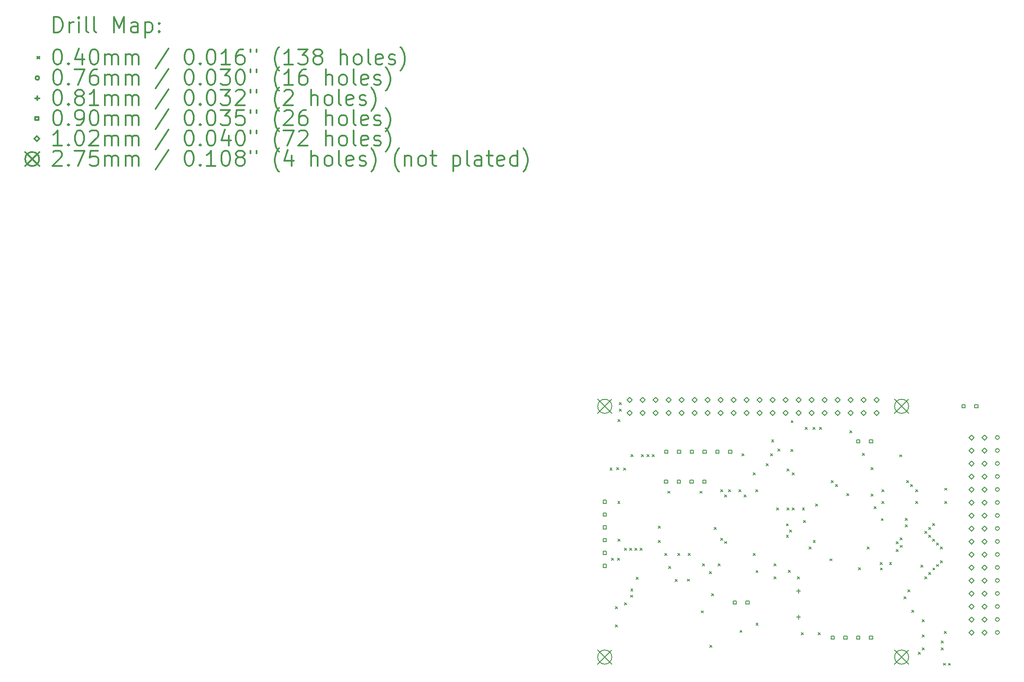
<source format=gbr>
%FSLAX45Y45*%
G04 Gerber Fmt 4.5, Leading zero omitted, Abs format (unit mm)*
G04 Created by KiCad (PCBNEW no-vcs-found-undefined) date Thu Oct 20 16:36:19 2016*
%MOMM*%
%LPD*%
G01*
G04 APERTURE LIST*
%ADD10C,0.127000*%
%ADD11C,0.200000*%
%ADD12C,0.300000*%
G04 APERTURE END LIST*
D10*
D11*
X11150384Y-8975492D02*
X11190384Y-9015492D01*
X11190384Y-8975492D02*
X11150384Y-9015492D01*
X11179000Y-10737000D02*
X11219000Y-10777000D01*
X11219000Y-10737000D02*
X11179000Y-10777000D01*
X11257600Y-11689400D02*
X11297600Y-11729400D01*
X11297600Y-11689400D02*
X11257600Y-11729400D01*
X11257600Y-12045000D02*
X11297600Y-12085000D01*
X11297600Y-12045000D02*
X11257600Y-12085000D01*
X11283000Y-8971600D02*
X11323000Y-9011600D01*
X11323000Y-8971600D02*
X11283000Y-9011600D01*
X11297000Y-10737000D02*
X11337000Y-10777000D01*
X11337000Y-10737000D02*
X11297000Y-10777000D01*
X11304000Y-9630000D02*
X11344000Y-9670000D01*
X11344000Y-9630000D02*
X11304000Y-9670000D01*
X11307000Y-10368000D02*
X11347000Y-10408000D01*
X11347000Y-10368000D02*
X11307000Y-10408000D01*
X11308400Y-8031800D02*
X11348400Y-8071800D01*
X11348400Y-8031800D02*
X11308400Y-8071800D01*
X11333800Y-7701600D02*
X11373800Y-7741600D01*
X11373800Y-7701600D02*
X11333800Y-7741600D01*
X11333800Y-7828600D02*
X11373800Y-7868600D01*
X11373800Y-7828600D02*
X11333800Y-7868600D01*
X11420578Y-8976433D02*
X11460578Y-9016433D01*
X11460578Y-8976433D02*
X11420578Y-9016433D01*
X11435400Y-10546400D02*
X11475400Y-10586400D01*
X11475400Y-10546400D02*
X11435400Y-10586400D01*
X11435400Y-11613200D02*
X11475400Y-11653200D01*
X11475400Y-11613200D02*
X11435400Y-11653200D01*
X11537000Y-10546400D02*
X11577000Y-10586400D01*
X11577000Y-10546400D02*
X11537000Y-10586400D01*
X11556000Y-11463000D02*
X11596000Y-11503000D01*
X11596000Y-11463000D02*
X11556000Y-11503000D01*
X11558000Y-11339000D02*
X11598000Y-11379000D01*
X11598000Y-11339000D02*
X11558000Y-11379000D01*
X11559308Y-8718100D02*
X11599308Y-8758100D01*
X11599308Y-8718100D02*
X11559308Y-8758100D01*
X11638600Y-10546400D02*
X11678600Y-10586400D01*
X11678600Y-10546400D02*
X11638600Y-10586400D01*
X11665000Y-11109000D02*
X11705000Y-11149000D01*
X11705000Y-11109000D02*
X11665000Y-11149000D01*
X11740200Y-10546400D02*
X11780200Y-10586400D01*
X11780200Y-10546400D02*
X11740200Y-10586400D01*
X11765600Y-8717600D02*
X11805600Y-8757600D01*
X11805600Y-8717600D02*
X11765600Y-8757600D01*
X11877000Y-8717000D02*
X11917000Y-8757000D01*
X11917000Y-8717000D02*
X11877000Y-8757000D01*
X11978000Y-8717000D02*
X12018000Y-8757000D01*
X12018000Y-8717000D02*
X11978000Y-8757000D01*
X12095799Y-10394000D02*
X12135799Y-10434000D01*
X12135799Y-10394000D02*
X12095799Y-10434000D01*
X12095800Y-10114600D02*
X12135800Y-10154600D01*
X12135800Y-10114600D02*
X12095800Y-10154600D01*
X12222800Y-10648000D02*
X12262800Y-10688000D01*
X12262800Y-10648000D02*
X12222800Y-10688000D01*
X12281000Y-9432000D02*
X12321000Y-9472000D01*
X12321000Y-9432000D02*
X12281000Y-9472000D01*
X12299000Y-10902000D02*
X12339000Y-10942000D01*
X12339000Y-10902000D02*
X12299000Y-10942000D01*
X12428000Y-11152000D02*
X12468000Y-11192000D01*
X12468000Y-11152000D02*
X12428000Y-11192000D01*
X12476800Y-10648000D02*
X12516800Y-10688000D01*
X12516800Y-10648000D02*
X12476800Y-10688000D01*
X12661200Y-11149400D02*
X12701200Y-11189400D01*
X12701200Y-11149400D02*
X12661200Y-11189400D01*
X12680000Y-10648000D02*
X12720000Y-10688000D01*
X12720000Y-10648000D02*
X12680000Y-10688000D01*
X12909000Y-9431000D02*
X12949000Y-9471000D01*
X12949000Y-9431000D02*
X12909000Y-9471000D01*
X12935000Y-11768000D02*
X12975000Y-11808000D01*
X12975000Y-11768000D02*
X12935000Y-11808000D01*
X12959400Y-10851200D02*
X12999400Y-10891200D01*
X12999400Y-10851200D02*
X12959400Y-10891200D01*
X13095000Y-11003600D02*
X13135000Y-11043600D01*
X13135000Y-11003600D02*
X13095000Y-11043600D01*
X13100000Y-12439000D02*
X13140000Y-12479000D01*
X13140000Y-12439000D02*
X13100000Y-12479000D01*
X13137200Y-11436200D02*
X13177200Y-11476200D01*
X13177200Y-11436200D02*
X13137200Y-11476200D01*
X13188000Y-10140000D02*
X13228000Y-10180000D01*
X13228000Y-10140000D02*
X13188000Y-10180000D01*
X13264200Y-10851200D02*
X13304200Y-10891200D01*
X13304200Y-10851200D02*
X13264200Y-10891200D01*
X13315000Y-9403400D02*
X13355000Y-9443400D01*
X13355000Y-9403400D02*
X13315000Y-9443400D01*
X13315000Y-10353000D02*
X13355000Y-10393000D01*
X13355000Y-10353000D02*
X13315000Y-10393000D01*
X13391000Y-10413000D02*
X13431000Y-10453000D01*
X13431000Y-10413000D02*
X13391000Y-10453000D01*
X13391200Y-9505000D02*
X13431200Y-9545000D01*
X13431200Y-9505000D02*
X13391200Y-9545000D01*
X13467400Y-9403400D02*
X13507400Y-9443400D01*
X13507400Y-9403400D02*
X13467400Y-9443400D01*
X13670600Y-9403400D02*
X13710600Y-9443400D01*
X13710600Y-9403400D02*
X13670600Y-9443400D01*
X13692000Y-12149000D02*
X13732000Y-12189000D01*
X13732000Y-12149000D02*
X13692000Y-12189000D01*
X13728000Y-8699000D02*
X13768000Y-8739000D01*
X13768000Y-8699000D02*
X13728000Y-8739000D01*
X13772200Y-9505000D02*
X13812200Y-9545000D01*
X13812200Y-9505000D02*
X13772200Y-9545000D01*
X13950000Y-9073200D02*
X13990000Y-9113200D01*
X13990000Y-9073200D02*
X13950000Y-9113200D01*
X13950000Y-10648000D02*
X13990000Y-10688000D01*
X13990000Y-10648000D02*
X13950000Y-10688000D01*
X14000800Y-9403400D02*
X14040800Y-9443400D01*
X14040800Y-9403400D02*
X14000800Y-9443400D01*
X14004000Y-10980000D02*
X14044000Y-11020000D01*
X14044000Y-10980000D02*
X14004000Y-11020000D01*
X14004000Y-12011000D02*
X14044000Y-12051000D01*
X14044000Y-12011000D02*
X14004000Y-12051000D01*
X14204000Y-8895400D02*
X14244000Y-8935400D01*
X14244000Y-8895400D02*
X14204000Y-8935400D01*
X14288000Y-8698000D02*
X14328000Y-8738000D01*
X14328000Y-8698000D02*
X14288000Y-8738000D01*
X14309171Y-8425560D02*
X14349171Y-8465560D01*
X14349171Y-8425560D02*
X14309171Y-8465560D01*
X14356400Y-10851200D02*
X14396400Y-10891200D01*
X14396400Y-10851200D02*
X14356400Y-10891200D01*
X14356400Y-11105200D02*
X14396400Y-11145200D01*
X14396400Y-11105200D02*
X14356400Y-11145200D01*
X14407200Y-9759000D02*
X14447200Y-9799000D01*
X14447200Y-9759000D02*
X14407200Y-9799000D01*
X14432799Y-8607785D02*
X14472799Y-8647785D01*
X14472799Y-8607785D02*
X14432799Y-8647785D01*
X14598000Y-10066000D02*
X14638000Y-10106000D01*
X14638000Y-10066000D02*
X14598000Y-10106000D01*
X14598000Y-10293000D02*
X14638000Y-10333000D01*
X14638000Y-10293000D02*
X14598000Y-10333000D01*
X14610400Y-8997000D02*
X14650400Y-9037000D01*
X14650400Y-8997000D02*
X14610400Y-9037000D01*
X14610400Y-9759000D02*
X14650400Y-9799000D01*
X14650400Y-9759000D02*
X14610400Y-9799000D01*
X14635800Y-10978200D02*
X14675800Y-11018200D01*
X14675800Y-10978200D02*
X14635800Y-11018200D01*
X14661200Y-10190800D02*
X14701200Y-10230800D01*
X14701200Y-10190800D02*
X14661200Y-10230800D01*
X14687085Y-8613061D02*
X14727085Y-8653061D01*
X14727085Y-8613061D02*
X14687085Y-8653061D01*
X14691000Y-8052000D02*
X14731000Y-8092000D01*
X14731000Y-8052000D02*
X14691000Y-8092000D01*
X14712000Y-9073200D02*
X14752000Y-9113200D01*
X14752000Y-9073200D02*
X14712000Y-9113200D01*
X14712000Y-9759000D02*
X14752000Y-9799000D01*
X14752000Y-9759000D02*
X14712000Y-9799000D01*
X14813600Y-11105200D02*
X14853600Y-11145200D01*
X14853600Y-11105200D02*
X14813600Y-11145200D01*
X14889800Y-12197400D02*
X14929800Y-12237400D01*
X14929800Y-12197400D02*
X14889800Y-12237400D01*
X14910000Y-9756000D02*
X14950000Y-9796000D01*
X14950000Y-9756000D02*
X14910000Y-9796000D01*
X14929000Y-10005000D02*
X14969000Y-10045000D01*
X14969000Y-10005000D02*
X14929000Y-10045000D01*
X14966000Y-8184200D02*
X15006000Y-8224200D01*
X15006000Y-8184200D02*
X14966000Y-8224200D01*
X15042200Y-10521000D02*
X15082200Y-10561000D01*
X15082200Y-10521000D02*
X15042200Y-10561000D01*
X15118400Y-8184200D02*
X15158400Y-8224200D01*
X15158400Y-8184200D02*
X15118400Y-8224200D01*
X15123000Y-10391000D02*
X15163000Y-10431000D01*
X15163000Y-10391000D02*
X15123000Y-10431000D01*
X15169200Y-9682800D02*
X15209200Y-9722800D01*
X15209200Y-9682800D02*
X15169200Y-9722800D01*
X15220000Y-12197400D02*
X15260000Y-12237400D01*
X15260000Y-12197400D02*
X15220000Y-12237400D01*
X15245400Y-8184200D02*
X15285400Y-8224200D01*
X15285400Y-8184200D02*
X15245400Y-8224200D01*
X15449000Y-10752000D02*
X15489000Y-10792000D01*
X15489000Y-10752000D02*
X15449000Y-10792000D01*
X15474000Y-9225000D02*
X15514000Y-9265000D01*
X15514000Y-9225000D02*
X15474000Y-9265000D01*
X15557500Y-9300000D02*
X15597500Y-9340000D01*
X15597500Y-9300000D02*
X15557500Y-9340000D01*
X15778800Y-9479600D02*
X15818800Y-9519600D01*
X15818800Y-9479600D02*
X15778800Y-9519600D01*
X15835000Y-8250000D02*
X15875000Y-8290000D01*
X15875000Y-8250000D02*
X15835000Y-8290000D01*
X16008000Y-10927000D02*
X16048000Y-10967000D01*
X16048000Y-10927000D02*
X16008000Y-10967000D01*
X16082500Y-8692500D02*
X16122500Y-8732500D01*
X16122500Y-8692500D02*
X16082500Y-8732500D01*
X16178000Y-10518000D02*
X16218000Y-10558000D01*
X16218000Y-10518000D02*
X16178000Y-10558000D01*
X16252500Y-9487500D02*
X16292500Y-9527500D01*
X16292500Y-9487500D02*
X16252500Y-9527500D01*
X16255000Y-8970000D02*
X16295000Y-9010000D01*
X16295000Y-8970000D02*
X16255000Y-9010000D01*
X16312200Y-9733600D02*
X16352200Y-9773600D01*
X16352200Y-9733600D02*
X16312200Y-9773600D01*
X16431622Y-10826270D02*
X16471622Y-10866270D01*
X16471622Y-10826270D02*
X16431622Y-10866270D01*
X16434000Y-10929000D02*
X16474000Y-10969000D01*
X16474000Y-10929000D02*
X16434000Y-10969000D01*
X16451000Y-9965000D02*
X16491000Y-10005000D01*
X16491000Y-9965000D02*
X16451000Y-10005000D01*
X16464600Y-9403400D02*
X16504600Y-9443400D01*
X16504600Y-9403400D02*
X16464600Y-9443400D01*
X16464600Y-9632000D02*
X16504600Y-9672000D01*
X16504600Y-9632000D02*
X16464600Y-9672000D01*
X16612791Y-10826437D02*
X16652791Y-10866437D01*
X16652791Y-10826437D02*
X16612791Y-10866437D01*
X16744000Y-10419400D02*
X16784000Y-10459400D01*
X16784000Y-10419400D02*
X16744000Y-10459400D01*
X16744000Y-10571800D02*
X16784000Y-10611800D01*
X16784000Y-10571800D02*
X16744000Y-10611800D01*
X16809000Y-8719000D02*
X16849000Y-8759000D01*
X16849000Y-8719000D02*
X16809000Y-8759000D01*
X16817649Y-10490498D02*
X16857649Y-10530498D01*
X16857649Y-10490498D02*
X16817649Y-10530498D01*
X16818000Y-10343000D02*
X16858000Y-10383000D01*
X16858000Y-10343000D02*
X16818000Y-10383000D01*
X16894833Y-11494179D02*
X16934833Y-11534179D01*
X16934833Y-11494179D02*
X16894833Y-11534179D01*
X16921800Y-9962200D02*
X16961800Y-10002200D01*
X16961800Y-9962200D02*
X16921800Y-10002200D01*
X16921800Y-10089200D02*
X16961800Y-10129200D01*
X16961800Y-10089200D02*
X16921800Y-10129200D01*
X16947198Y-9225600D02*
X16987198Y-9265600D01*
X16987198Y-9225600D02*
X16947198Y-9265600D01*
X16972600Y-11359200D02*
X17012600Y-11399200D01*
X17012600Y-11359200D02*
X16972600Y-11399200D01*
X17023400Y-9301800D02*
X17063400Y-9341800D01*
X17063400Y-9301800D02*
X17023400Y-9341800D01*
X17048674Y-11753137D02*
X17088674Y-11793137D01*
X17088674Y-11753137D02*
X17048674Y-11793137D01*
X17125000Y-9403400D02*
X17165000Y-9443400D01*
X17165000Y-9403400D02*
X17125000Y-9443400D01*
X17125000Y-9632000D02*
X17165000Y-9672000D01*
X17165000Y-9632000D02*
X17125000Y-9672000D01*
X17175800Y-12578400D02*
X17215800Y-12618400D01*
X17215800Y-12578400D02*
X17175800Y-12618400D01*
X17226600Y-10876600D02*
X17266600Y-10916600D01*
X17266600Y-10876600D02*
X17226600Y-10916600D01*
X17252000Y-11943400D02*
X17292000Y-11983400D01*
X17292000Y-11943400D02*
X17252000Y-11983400D01*
X17253500Y-12237283D02*
X17293500Y-12277283D01*
X17293500Y-12237283D02*
X17253500Y-12277283D01*
X17254676Y-12490623D02*
X17294676Y-12530623D01*
X17294676Y-12490623D02*
X17254676Y-12530623D01*
X17302800Y-10216200D02*
X17342800Y-10256200D01*
X17342800Y-10216200D02*
X17302800Y-10256200D01*
X17302800Y-11105200D02*
X17342800Y-11145200D01*
X17342800Y-11105200D02*
X17302800Y-11145200D01*
X17380000Y-11020000D02*
X17420000Y-11060000D01*
X17420000Y-11020000D02*
X17380000Y-11060000D01*
X17381000Y-10288000D02*
X17421000Y-10328000D01*
X17421000Y-10288000D02*
X17381000Y-10328000D01*
X17381405Y-10138055D02*
X17421405Y-10178055D01*
X17421405Y-10138055D02*
X17381405Y-10178055D01*
X17455200Y-10063799D02*
X17495200Y-10103799D01*
X17495200Y-10063799D02*
X17455200Y-10103799D01*
X17455200Y-10368600D02*
X17495200Y-10408600D01*
X17495200Y-10368600D02*
X17455200Y-10408600D01*
X17458000Y-10931000D02*
X17498000Y-10971000D01*
X17498000Y-10931000D02*
X17458000Y-10971000D01*
X17531000Y-10862000D02*
X17571000Y-10902000D01*
X17571000Y-10862000D02*
X17531000Y-10902000D01*
X17531400Y-10444800D02*
X17571400Y-10484800D01*
X17571400Y-10444800D02*
X17531400Y-10484800D01*
X17607600Y-10521000D02*
X17647600Y-10561000D01*
X17647600Y-10521000D02*
X17607600Y-10561000D01*
X17609000Y-10792000D02*
X17649000Y-10832000D01*
X17649000Y-10792000D02*
X17609000Y-10832000D01*
X17622975Y-12490086D02*
X17662975Y-12530086D01*
X17662975Y-12490086D02*
X17622975Y-12530086D01*
X17623738Y-12359377D02*
X17663738Y-12399377D01*
X17663738Y-12359377D02*
X17623738Y-12399377D01*
X17665390Y-12791492D02*
X17705390Y-12831492D01*
X17705390Y-12791492D02*
X17665390Y-12831492D01*
X17683800Y-12172000D02*
X17723800Y-12212000D01*
X17723800Y-12172000D02*
X17683800Y-12212000D01*
X17690000Y-9373000D02*
X17730000Y-9413000D01*
X17730000Y-9373000D02*
X17690000Y-9413000D01*
X17694000Y-9628000D02*
X17734000Y-9668000D01*
X17734000Y-9628000D02*
X17694000Y-9668000D01*
X17763799Y-12792348D02*
X17803799Y-12832348D01*
X17803799Y-12792348D02*
X17763799Y-12832348D01*
X18757900Y-8382000D02*
G75*
G03X18757900Y-8382000I-38100J0D01*
G01*
X18757900Y-8636000D02*
G75*
G03X18757900Y-8636000I-38100J0D01*
G01*
X18757900Y-8890000D02*
G75*
G03X18757900Y-8890000I-38100J0D01*
G01*
X18757900Y-9144000D02*
G75*
G03X18757900Y-9144000I-38100J0D01*
G01*
X18757900Y-9398000D02*
G75*
G03X18757900Y-9398000I-38100J0D01*
G01*
X18757900Y-9652000D02*
G75*
G03X18757900Y-9652000I-38100J0D01*
G01*
X18757900Y-9906000D02*
G75*
G03X18757900Y-9906000I-38100J0D01*
G01*
X18757900Y-10160000D02*
G75*
G03X18757900Y-10160000I-38100J0D01*
G01*
X18757900Y-10414000D02*
G75*
G03X18757900Y-10414000I-38100J0D01*
G01*
X18757900Y-10668000D02*
G75*
G03X18757900Y-10668000I-38100J0D01*
G01*
X18757900Y-10922000D02*
G75*
G03X18757900Y-10922000I-38100J0D01*
G01*
X18757900Y-11176000D02*
G75*
G03X18757900Y-11176000I-38100J0D01*
G01*
X18757900Y-11430000D02*
G75*
G03X18757900Y-11430000I-38100J0D01*
G01*
X18757900Y-11684000D02*
G75*
G03X18757900Y-11684000I-38100J0D01*
G01*
X18757900Y-11938000D02*
G75*
G03X18757900Y-11938000I-38100J0D01*
G01*
X18757900Y-12192000D02*
G75*
G03X18757900Y-12192000I-38100J0D01*
G01*
X14833600Y-11338560D02*
X14833600Y-11419840D01*
X14792960Y-11379200D02*
X14874240Y-11379200D01*
X14833600Y-11846560D02*
X14833600Y-11927840D01*
X14792960Y-11887200D02*
X14874240Y-11887200D01*
X11080820Y-9670420D02*
X11080820Y-9606780D01*
X11017180Y-9606780D01*
X11017180Y-9670420D01*
X11080820Y-9670420D01*
X11080820Y-9920420D02*
X11080820Y-9856780D01*
X11017180Y-9856780D01*
X11017180Y-9920420D01*
X11080820Y-9920420D01*
X11080820Y-10170420D02*
X11080820Y-10106780D01*
X11017180Y-10106780D01*
X11017180Y-10170420D01*
X11080820Y-10170420D01*
X11080820Y-10420420D02*
X11080820Y-10356780D01*
X11017180Y-10356780D01*
X11017180Y-10420420D01*
X11080820Y-10420420D01*
X11080820Y-10670420D02*
X11080820Y-10606780D01*
X11017180Y-10606780D01*
X11017180Y-10670420D01*
X11080820Y-10670420D01*
X11080820Y-10920420D02*
X11080820Y-10856780D01*
X11017180Y-10856780D01*
X11017180Y-10920420D01*
X11080820Y-10920420D01*
X12278620Y-9277420D02*
X12278620Y-9213780D01*
X12214980Y-9213780D01*
X12214980Y-9277420D01*
X12278620Y-9277420D01*
X12282620Y-8693220D02*
X12282620Y-8629580D01*
X12218980Y-8629580D01*
X12218980Y-8693220D01*
X12282620Y-8693220D01*
X12528620Y-9277420D02*
X12528620Y-9213780D01*
X12464980Y-9213780D01*
X12464980Y-9277420D01*
X12528620Y-9277420D01*
X12532620Y-8693220D02*
X12532620Y-8629580D01*
X12468980Y-8629580D01*
X12468980Y-8693220D01*
X12532620Y-8693220D01*
X12778620Y-9277420D02*
X12778620Y-9213780D01*
X12714980Y-9213780D01*
X12714980Y-9277420D01*
X12778620Y-9277420D01*
X12782620Y-8693220D02*
X12782620Y-8629580D01*
X12718980Y-8629580D01*
X12718980Y-8693220D01*
X12782620Y-8693220D01*
X13028620Y-9277420D02*
X13028620Y-9213780D01*
X12964980Y-9213780D01*
X12964980Y-9277420D01*
X13028620Y-9277420D01*
X13032620Y-8693220D02*
X13032620Y-8629580D01*
X12968980Y-8629580D01*
X12968980Y-8693220D01*
X13032620Y-8693220D01*
X13282620Y-8693220D02*
X13282620Y-8629580D01*
X13218980Y-8629580D01*
X13218980Y-8693220D01*
X13282620Y-8693220D01*
X13532620Y-8693220D02*
X13532620Y-8629580D01*
X13468980Y-8629580D01*
X13468980Y-8693220D01*
X13532620Y-8693220D01*
X13620820Y-11639620D02*
X13620820Y-11575980D01*
X13557180Y-11575980D01*
X13557180Y-11639620D01*
X13620820Y-11639620D01*
X13870820Y-11639620D02*
X13870820Y-11575980D01*
X13807180Y-11575980D01*
X13807180Y-11639620D01*
X13870820Y-11639620D01*
X15533820Y-12325420D02*
X15533820Y-12261780D01*
X15470180Y-12261780D01*
X15470180Y-12325420D01*
X15533820Y-12325420D01*
X15783820Y-12325420D02*
X15783820Y-12261780D01*
X15720180Y-12261780D01*
X15720180Y-12325420D01*
X15783820Y-12325420D01*
X16033820Y-8490020D02*
X16033820Y-8426380D01*
X15970180Y-8426380D01*
X15970180Y-8490020D01*
X16033820Y-8490020D01*
X16033820Y-12325420D02*
X16033820Y-12261780D01*
X15970180Y-12261780D01*
X15970180Y-12325420D01*
X16033820Y-12325420D01*
X16283820Y-8490020D02*
X16283820Y-8426380D01*
X16220180Y-8426380D01*
X16220180Y-8490020D01*
X16283820Y-8490020D01*
X16283820Y-12325420D02*
X16283820Y-12261780D01*
X16220180Y-12261780D01*
X16220180Y-12325420D01*
X16283820Y-12325420D01*
X18091220Y-7804220D02*
X18091220Y-7740580D01*
X18027580Y-7740580D01*
X18027580Y-7804220D01*
X18091220Y-7804220D01*
X18341220Y-7804220D02*
X18341220Y-7740580D01*
X18277580Y-7740580D01*
X18277580Y-7804220D01*
X18341220Y-7804220D01*
X11536000Y-7696200D02*
X11586800Y-7645400D01*
X11536000Y-7594600D01*
X11485200Y-7645400D01*
X11536000Y-7696200D01*
X11536000Y-7950200D02*
X11586800Y-7899400D01*
X11536000Y-7848600D01*
X11485200Y-7899400D01*
X11536000Y-7950200D01*
X11790000Y-7696200D02*
X11840800Y-7645400D01*
X11790000Y-7594600D01*
X11739200Y-7645400D01*
X11790000Y-7696200D01*
X11790000Y-7950200D02*
X11840800Y-7899400D01*
X11790000Y-7848600D01*
X11739200Y-7899400D01*
X11790000Y-7950200D01*
X12044000Y-7696200D02*
X12094800Y-7645400D01*
X12044000Y-7594600D01*
X11993200Y-7645400D01*
X12044000Y-7696200D01*
X12044000Y-7950200D02*
X12094800Y-7899400D01*
X12044000Y-7848600D01*
X11993200Y-7899400D01*
X12044000Y-7950200D01*
X12298000Y-7696200D02*
X12348800Y-7645400D01*
X12298000Y-7594600D01*
X12247200Y-7645400D01*
X12298000Y-7696200D01*
X12298000Y-7950200D02*
X12348800Y-7899400D01*
X12298000Y-7848600D01*
X12247200Y-7899400D01*
X12298000Y-7950200D01*
X12552000Y-7696200D02*
X12602800Y-7645400D01*
X12552000Y-7594600D01*
X12501200Y-7645400D01*
X12552000Y-7696200D01*
X12552000Y-7950200D02*
X12602800Y-7899400D01*
X12552000Y-7848600D01*
X12501200Y-7899400D01*
X12552000Y-7950200D01*
X12806000Y-7696200D02*
X12856800Y-7645400D01*
X12806000Y-7594600D01*
X12755200Y-7645400D01*
X12806000Y-7696200D01*
X12806000Y-7950200D02*
X12856800Y-7899400D01*
X12806000Y-7848600D01*
X12755200Y-7899400D01*
X12806000Y-7950200D01*
X13060000Y-7696200D02*
X13110800Y-7645400D01*
X13060000Y-7594600D01*
X13009200Y-7645400D01*
X13060000Y-7696200D01*
X13060000Y-7950200D02*
X13110800Y-7899400D01*
X13060000Y-7848600D01*
X13009200Y-7899400D01*
X13060000Y-7950200D01*
X13314000Y-7696200D02*
X13364800Y-7645400D01*
X13314000Y-7594600D01*
X13263200Y-7645400D01*
X13314000Y-7696200D01*
X13314000Y-7950200D02*
X13364800Y-7899400D01*
X13314000Y-7848600D01*
X13263200Y-7899400D01*
X13314000Y-7950200D01*
X13568000Y-7696200D02*
X13618800Y-7645400D01*
X13568000Y-7594600D01*
X13517200Y-7645400D01*
X13568000Y-7696200D01*
X13568000Y-7950200D02*
X13618800Y-7899400D01*
X13568000Y-7848600D01*
X13517200Y-7899400D01*
X13568000Y-7950200D01*
X13822000Y-7696200D02*
X13872800Y-7645400D01*
X13822000Y-7594600D01*
X13771200Y-7645400D01*
X13822000Y-7696200D01*
X13822000Y-7950200D02*
X13872800Y-7899400D01*
X13822000Y-7848600D01*
X13771200Y-7899400D01*
X13822000Y-7950200D01*
X14076000Y-7696200D02*
X14126800Y-7645400D01*
X14076000Y-7594600D01*
X14025200Y-7645400D01*
X14076000Y-7696200D01*
X14076000Y-7950200D02*
X14126800Y-7899400D01*
X14076000Y-7848600D01*
X14025200Y-7899400D01*
X14076000Y-7950200D01*
X14330000Y-7696200D02*
X14380800Y-7645400D01*
X14330000Y-7594600D01*
X14279200Y-7645400D01*
X14330000Y-7696200D01*
X14330000Y-7950200D02*
X14380800Y-7899400D01*
X14330000Y-7848600D01*
X14279200Y-7899400D01*
X14330000Y-7950200D01*
X14584000Y-7696200D02*
X14634800Y-7645400D01*
X14584000Y-7594600D01*
X14533200Y-7645400D01*
X14584000Y-7696200D01*
X14584000Y-7950200D02*
X14634800Y-7899400D01*
X14584000Y-7848600D01*
X14533200Y-7899400D01*
X14584000Y-7950200D01*
X14838000Y-7696200D02*
X14888800Y-7645400D01*
X14838000Y-7594600D01*
X14787200Y-7645400D01*
X14838000Y-7696200D01*
X14838000Y-7950200D02*
X14888800Y-7899400D01*
X14838000Y-7848600D01*
X14787200Y-7899400D01*
X14838000Y-7950200D01*
X15092000Y-7696200D02*
X15142800Y-7645400D01*
X15092000Y-7594600D01*
X15041200Y-7645400D01*
X15092000Y-7696200D01*
X15092000Y-7950200D02*
X15142800Y-7899400D01*
X15092000Y-7848600D01*
X15041200Y-7899400D01*
X15092000Y-7950200D01*
X15346000Y-7696200D02*
X15396800Y-7645400D01*
X15346000Y-7594600D01*
X15295200Y-7645400D01*
X15346000Y-7696200D01*
X15346000Y-7950200D02*
X15396800Y-7899400D01*
X15346000Y-7848600D01*
X15295200Y-7899400D01*
X15346000Y-7950200D01*
X15600000Y-7696200D02*
X15650800Y-7645400D01*
X15600000Y-7594600D01*
X15549200Y-7645400D01*
X15600000Y-7696200D01*
X15600000Y-7950200D02*
X15650800Y-7899400D01*
X15600000Y-7848600D01*
X15549200Y-7899400D01*
X15600000Y-7950200D01*
X15854000Y-7696200D02*
X15904800Y-7645400D01*
X15854000Y-7594600D01*
X15803200Y-7645400D01*
X15854000Y-7696200D01*
X15854000Y-7950200D02*
X15904800Y-7899400D01*
X15854000Y-7848600D01*
X15803200Y-7899400D01*
X15854000Y-7950200D01*
X16108000Y-7696200D02*
X16158800Y-7645400D01*
X16108000Y-7594600D01*
X16057200Y-7645400D01*
X16108000Y-7696200D01*
X16108000Y-7950200D02*
X16158800Y-7899400D01*
X16108000Y-7848600D01*
X16057200Y-7899400D01*
X16108000Y-7950200D01*
X16362000Y-7696200D02*
X16412800Y-7645400D01*
X16362000Y-7594600D01*
X16311200Y-7645400D01*
X16362000Y-7696200D01*
X16362000Y-7950200D02*
X16412800Y-7899400D01*
X16362000Y-7848600D01*
X16311200Y-7899400D01*
X16362000Y-7950200D01*
X18211800Y-8432800D02*
X18262600Y-8382000D01*
X18211800Y-8331200D01*
X18161000Y-8382000D01*
X18211800Y-8432800D01*
X18211800Y-8686800D02*
X18262600Y-8636000D01*
X18211800Y-8585200D01*
X18161000Y-8636000D01*
X18211800Y-8686800D01*
X18211800Y-8940800D02*
X18262600Y-8890000D01*
X18211800Y-8839200D01*
X18161000Y-8890000D01*
X18211800Y-8940800D01*
X18211800Y-9194800D02*
X18262600Y-9144000D01*
X18211800Y-9093200D01*
X18161000Y-9144000D01*
X18211800Y-9194800D01*
X18211800Y-9448800D02*
X18262600Y-9398000D01*
X18211800Y-9347200D01*
X18161000Y-9398000D01*
X18211800Y-9448800D01*
X18211800Y-9702800D02*
X18262600Y-9652000D01*
X18211800Y-9601200D01*
X18161000Y-9652000D01*
X18211800Y-9702800D01*
X18211800Y-9956800D02*
X18262600Y-9906000D01*
X18211800Y-9855200D01*
X18161000Y-9906000D01*
X18211800Y-9956800D01*
X18211800Y-10210800D02*
X18262600Y-10160000D01*
X18211800Y-10109200D01*
X18161000Y-10160000D01*
X18211800Y-10210800D01*
X18211800Y-10464800D02*
X18262600Y-10414000D01*
X18211800Y-10363200D01*
X18161000Y-10414000D01*
X18211800Y-10464800D01*
X18211800Y-10718800D02*
X18262600Y-10668000D01*
X18211800Y-10617200D01*
X18161000Y-10668000D01*
X18211800Y-10718800D01*
X18211800Y-10972800D02*
X18262600Y-10922000D01*
X18211800Y-10871200D01*
X18161000Y-10922000D01*
X18211800Y-10972800D01*
X18211800Y-11226800D02*
X18262600Y-11176000D01*
X18211800Y-11125200D01*
X18161000Y-11176000D01*
X18211800Y-11226800D01*
X18211800Y-11480800D02*
X18262600Y-11430000D01*
X18211800Y-11379200D01*
X18161000Y-11430000D01*
X18211800Y-11480800D01*
X18211800Y-11734800D02*
X18262600Y-11684000D01*
X18211800Y-11633200D01*
X18161000Y-11684000D01*
X18211800Y-11734800D01*
X18211800Y-11988800D02*
X18262600Y-11938000D01*
X18211800Y-11887200D01*
X18161000Y-11938000D01*
X18211800Y-11988800D01*
X18211800Y-12242800D02*
X18262600Y-12192000D01*
X18211800Y-12141200D01*
X18161000Y-12192000D01*
X18211800Y-12242800D01*
X18465800Y-8432800D02*
X18516600Y-8382000D01*
X18465800Y-8331200D01*
X18415000Y-8382000D01*
X18465800Y-8432800D01*
X18465800Y-8686800D02*
X18516600Y-8636000D01*
X18465800Y-8585200D01*
X18415000Y-8636000D01*
X18465800Y-8686800D01*
X18465800Y-8940800D02*
X18516600Y-8890000D01*
X18465800Y-8839200D01*
X18415000Y-8890000D01*
X18465800Y-8940800D01*
X18465800Y-9194800D02*
X18516600Y-9144000D01*
X18465800Y-9093200D01*
X18415000Y-9144000D01*
X18465800Y-9194800D01*
X18465800Y-9448800D02*
X18516600Y-9398000D01*
X18465800Y-9347200D01*
X18415000Y-9398000D01*
X18465800Y-9448800D01*
X18465800Y-9702800D02*
X18516600Y-9652000D01*
X18465800Y-9601200D01*
X18415000Y-9652000D01*
X18465800Y-9702800D01*
X18465800Y-9956800D02*
X18516600Y-9906000D01*
X18465800Y-9855200D01*
X18415000Y-9906000D01*
X18465800Y-9956800D01*
X18465800Y-10210800D02*
X18516600Y-10160000D01*
X18465800Y-10109200D01*
X18415000Y-10160000D01*
X18465800Y-10210800D01*
X18465800Y-10464800D02*
X18516600Y-10414000D01*
X18465800Y-10363200D01*
X18415000Y-10414000D01*
X18465800Y-10464800D01*
X18465800Y-10718800D02*
X18516600Y-10668000D01*
X18465800Y-10617200D01*
X18415000Y-10668000D01*
X18465800Y-10718800D01*
X18465800Y-10972800D02*
X18516600Y-10922000D01*
X18465800Y-10871200D01*
X18415000Y-10922000D01*
X18465800Y-10972800D01*
X18465800Y-11226800D02*
X18516600Y-11176000D01*
X18465800Y-11125200D01*
X18415000Y-11176000D01*
X18465800Y-11226800D01*
X18465800Y-11480800D02*
X18516600Y-11430000D01*
X18465800Y-11379200D01*
X18415000Y-11430000D01*
X18465800Y-11480800D01*
X18465800Y-11734800D02*
X18516600Y-11684000D01*
X18465800Y-11633200D01*
X18415000Y-11684000D01*
X18465800Y-11734800D01*
X18465800Y-11988800D02*
X18516600Y-11938000D01*
X18465800Y-11887200D01*
X18415000Y-11938000D01*
X18465800Y-11988800D01*
X18465800Y-12242800D02*
X18516600Y-12192000D01*
X18465800Y-12141200D01*
X18415000Y-12192000D01*
X18465800Y-12242800D01*
X10911500Y-7634900D02*
X11186500Y-7909900D01*
X11186500Y-7634900D02*
X10911500Y-7909900D01*
X11186500Y-7772400D02*
G75*
G03X11186500Y-7772400I-137500J0D01*
G01*
X10911500Y-12534900D02*
X11186500Y-12809900D01*
X11186500Y-12534900D02*
X10911500Y-12809900D01*
X11186500Y-12672400D02*
G75*
G03X11186500Y-12672400I-137500J0D01*
G01*
X16711500Y-7634900D02*
X16986500Y-7909900D01*
X16986500Y-7634900D02*
X16711500Y-7909900D01*
X16986500Y-7772400D02*
G75*
G03X16986500Y-7772400I-137500J0D01*
G01*
X16711500Y-12534900D02*
X16986500Y-12809900D01*
X16986500Y-12534900D02*
X16711500Y-12809900D01*
X16986500Y-12672400D02*
G75*
G03X16986500Y-12672400I-137500J0D01*
G01*
D12*
X286429Y-465714D02*
X286429Y-165714D01*
X357857Y-165714D01*
X400714Y-180000D01*
X429286Y-208571D01*
X443571Y-237143D01*
X457857Y-294286D01*
X457857Y-337143D01*
X443571Y-394286D01*
X429286Y-422857D01*
X400714Y-451428D01*
X357857Y-465714D01*
X286429Y-465714D01*
X586429Y-465714D02*
X586429Y-265714D01*
X586429Y-322857D02*
X600714Y-294286D01*
X615000Y-280000D01*
X643571Y-265714D01*
X672143Y-265714D01*
X772143Y-465714D02*
X772143Y-265714D01*
X772143Y-165714D02*
X757857Y-180000D01*
X772143Y-194286D01*
X786428Y-180000D01*
X772143Y-165714D01*
X772143Y-194286D01*
X957857Y-465714D02*
X929286Y-451428D01*
X915000Y-422857D01*
X915000Y-165714D01*
X1115000Y-465714D02*
X1086429Y-451428D01*
X1072143Y-422857D01*
X1072143Y-165714D01*
X1457857Y-465714D02*
X1457857Y-165714D01*
X1557857Y-380000D01*
X1657857Y-165714D01*
X1657857Y-465714D01*
X1929286Y-465714D02*
X1929286Y-308571D01*
X1915000Y-280000D01*
X1886428Y-265714D01*
X1829286Y-265714D01*
X1800714Y-280000D01*
X1929286Y-451428D02*
X1900714Y-465714D01*
X1829286Y-465714D01*
X1800714Y-451428D01*
X1786428Y-422857D01*
X1786428Y-394286D01*
X1800714Y-365714D01*
X1829286Y-351428D01*
X1900714Y-351428D01*
X1929286Y-337143D01*
X2072143Y-265714D02*
X2072143Y-565714D01*
X2072143Y-280000D02*
X2100714Y-265714D01*
X2157857Y-265714D01*
X2186429Y-280000D01*
X2200714Y-294286D01*
X2215000Y-322857D01*
X2215000Y-408571D01*
X2200714Y-437143D01*
X2186429Y-451428D01*
X2157857Y-465714D01*
X2100714Y-465714D01*
X2072143Y-451428D01*
X2343571Y-437143D02*
X2357857Y-451428D01*
X2343571Y-465714D01*
X2329286Y-451428D01*
X2343571Y-437143D01*
X2343571Y-465714D01*
X2343571Y-280000D02*
X2357857Y-294286D01*
X2343571Y-308571D01*
X2329286Y-294286D01*
X2343571Y-280000D01*
X2343571Y-308571D01*
X-40000Y-940000D02*
X0Y-980000D01*
X0Y-940000D02*
X-40000Y-980000D01*
X343571Y-795714D02*
X372143Y-795714D01*
X400714Y-810000D01*
X415000Y-824286D01*
X429286Y-852857D01*
X443571Y-910000D01*
X443571Y-981428D01*
X429286Y-1038571D01*
X415000Y-1067143D01*
X400714Y-1081429D01*
X372143Y-1095714D01*
X343571Y-1095714D01*
X315000Y-1081429D01*
X300714Y-1067143D01*
X286429Y-1038571D01*
X272143Y-981428D01*
X272143Y-910000D01*
X286429Y-852857D01*
X300714Y-824286D01*
X315000Y-810000D01*
X343571Y-795714D01*
X572143Y-1067143D02*
X586429Y-1081429D01*
X572143Y-1095714D01*
X557857Y-1081429D01*
X572143Y-1067143D01*
X572143Y-1095714D01*
X843571Y-895714D02*
X843571Y-1095714D01*
X772143Y-781428D02*
X700714Y-995714D01*
X886428Y-995714D01*
X1057857Y-795714D02*
X1086429Y-795714D01*
X1115000Y-810000D01*
X1129286Y-824286D01*
X1143571Y-852857D01*
X1157857Y-910000D01*
X1157857Y-981428D01*
X1143571Y-1038571D01*
X1129286Y-1067143D01*
X1115000Y-1081429D01*
X1086429Y-1095714D01*
X1057857Y-1095714D01*
X1029286Y-1081429D01*
X1015000Y-1067143D01*
X1000714Y-1038571D01*
X986428Y-981428D01*
X986428Y-910000D01*
X1000714Y-852857D01*
X1015000Y-824286D01*
X1029286Y-810000D01*
X1057857Y-795714D01*
X1286429Y-1095714D02*
X1286429Y-895714D01*
X1286429Y-924286D02*
X1300714Y-910000D01*
X1329286Y-895714D01*
X1372143Y-895714D01*
X1400714Y-910000D01*
X1415000Y-938571D01*
X1415000Y-1095714D01*
X1415000Y-938571D02*
X1429286Y-910000D01*
X1457857Y-895714D01*
X1500714Y-895714D01*
X1529286Y-910000D01*
X1543571Y-938571D01*
X1543571Y-1095714D01*
X1686428Y-1095714D02*
X1686428Y-895714D01*
X1686428Y-924286D02*
X1700714Y-910000D01*
X1729286Y-895714D01*
X1772143Y-895714D01*
X1800714Y-910000D01*
X1815000Y-938571D01*
X1815000Y-1095714D01*
X1815000Y-938571D02*
X1829286Y-910000D01*
X1857857Y-895714D01*
X1900714Y-895714D01*
X1929286Y-910000D01*
X1943571Y-938571D01*
X1943571Y-1095714D01*
X2529286Y-781428D02*
X2272143Y-1167143D01*
X2915000Y-795714D02*
X2943571Y-795714D01*
X2972143Y-810000D01*
X2986428Y-824286D01*
X3000714Y-852857D01*
X3015000Y-910000D01*
X3015000Y-981428D01*
X3000714Y-1038571D01*
X2986428Y-1067143D01*
X2972143Y-1081429D01*
X2943571Y-1095714D01*
X2915000Y-1095714D01*
X2886428Y-1081429D01*
X2872143Y-1067143D01*
X2857857Y-1038571D01*
X2843571Y-981428D01*
X2843571Y-910000D01*
X2857857Y-852857D01*
X2872143Y-824286D01*
X2886428Y-810000D01*
X2915000Y-795714D01*
X3143571Y-1067143D02*
X3157857Y-1081429D01*
X3143571Y-1095714D01*
X3129286Y-1081429D01*
X3143571Y-1067143D01*
X3143571Y-1095714D01*
X3343571Y-795714D02*
X3372143Y-795714D01*
X3400714Y-810000D01*
X3415000Y-824286D01*
X3429286Y-852857D01*
X3443571Y-910000D01*
X3443571Y-981428D01*
X3429286Y-1038571D01*
X3415000Y-1067143D01*
X3400714Y-1081429D01*
X3372143Y-1095714D01*
X3343571Y-1095714D01*
X3315000Y-1081429D01*
X3300714Y-1067143D01*
X3286428Y-1038571D01*
X3272143Y-981428D01*
X3272143Y-910000D01*
X3286428Y-852857D01*
X3300714Y-824286D01*
X3315000Y-810000D01*
X3343571Y-795714D01*
X3729286Y-1095714D02*
X3557857Y-1095714D01*
X3643571Y-1095714D02*
X3643571Y-795714D01*
X3615000Y-838571D01*
X3586428Y-867143D01*
X3557857Y-881428D01*
X3986428Y-795714D02*
X3929286Y-795714D01*
X3900714Y-810000D01*
X3886428Y-824286D01*
X3857857Y-867143D01*
X3843571Y-924286D01*
X3843571Y-1038571D01*
X3857857Y-1067143D01*
X3872143Y-1081429D01*
X3900714Y-1095714D01*
X3957857Y-1095714D01*
X3986428Y-1081429D01*
X4000714Y-1067143D01*
X4015000Y-1038571D01*
X4015000Y-967143D01*
X4000714Y-938571D01*
X3986428Y-924286D01*
X3957857Y-910000D01*
X3900714Y-910000D01*
X3872143Y-924286D01*
X3857857Y-938571D01*
X3843571Y-967143D01*
X4129286Y-795714D02*
X4129286Y-852857D01*
X4243571Y-795714D02*
X4243571Y-852857D01*
X4686429Y-1210000D02*
X4672143Y-1195714D01*
X4643571Y-1152857D01*
X4629286Y-1124286D01*
X4615000Y-1081429D01*
X4600714Y-1010000D01*
X4600714Y-952857D01*
X4615000Y-881428D01*
X4629286Y-838571D01*
X4643571Y-810000D01*
X4672143Y-767143D01*
X4686429Y-752857D01*
X4957857Y-1095714D02*
X4786429Y-1095714D01*
X4872143Y-1095714D02*
X4872143Y-795714D01*
X4843571Y-838571D01*
X4815000Y-867143D01*
X4786429Y-881428D01*
X5057857Y-795714D02*
X5243571Y-795714D01*
X5143571Y-910000D01*
X5186429Y-910000D01*
X5215000Y-924286D01*
X5229286Y-938571D01*
X5243571Y-967143D01*
X5243571Y-1038571D01*
X5229286Y-1067143D01*
X5215000Y-1081429D01*
X5186429Y-1095714D01*
X5100714Y-1095714D01*
X5072143Y-1081429D01*
X5057857Y-1067143D01*
X5415000Y-924286D02*
X5386429Y-910000D01*
X5372143Y-895714D01*
X5357857Y-867143D01*
X5357857Y-852857D01*
X5372143Y-824286D01*
X5386429Y-810000D01*
X5415000Y-795714D01*
X5472143Y-795714D01*
X5500714Y-810000D01*
X5515000Y-824286D01*
X5529286Y-852857D01*
X5529286Y-867143D01*
X5515000Y-895714D01*
X5500714Y-910000D01*
X5472143Y-924286D01*
X5415000Y-924286D01*
X5386429Y-938571D01*
X5372143Y-952857D01*
X5357857Y-981428D01*
X5357857Y-1038571D01*
X5372143Y-1067143D01*
X5386429Y-1081429D01*
X5415000Y-1095714D01*
X5472143Y-1095714D01*
X5500714Y-1081429D01*
X5515000Y-1067143D01*
X5529286Y-1038571D01*
X5529286Y-981428D01*
X5515000Y-952857D01*
X5500714Y-938571D01*
X5472143Y-924286D01*
X5886428Y-1095714D02*
X5886428Y-795714D01*
X6015000Y-1095714D02*
X6015000Y-938571D01*
X6000714Y-910000D01*
X5972143Y-895714D01*
X5929286Y-895714D01*
X5900714Y-910000D01*
X5886428Y-924286D01*
X6200714Y-1095714D02*
X6172143Y-1081429D01*
X6157857Y-1067143D01*
X6143571Y-1038571D01*
X6143571Y-952857D01*
X6157857Y-924286D01*
X6172143Y-910000D01*
X6200714Y-895714D01*
X6243571Y-895714D01*
X6272143Y-910000D01*
X6286428Y-924286D01*
X6300714Y-952857D01*
X6300714Y-1038571D01*
X6286428Y-1067143D01*
X6272143Y-1081429D01*
X6243571Y-1095714D01*
X6200714Y-1095714D01*
X6472143Y-1095714D02*
X6443571Y-1081429D01*
X6429286Y-1052857D01*
X6429286Y-795714D01*
X6700714Y-1081429D02*
X6672143Y-1095714D01*
X6615000Y-1095714D01*
X6586428Y-1081429D01*
X6572143Y-1052857D01*
X6572143Y-938571D01*
X6586428Y-910000D01*
X6615000Y-895714D01*
X6672143Y-895714D01*
X6700714Y-910000D01*
X6715000Y-938571D01*
X6715000Y-967143D01*
X6572143Y-995714D01*
X6829286Y-1081429D02*
X6857857Y-1095714D01*
X6915000Y-1095714D01*
X6943571Y-1081429D01*
X6957857Y-1052857D01*
X6957857Y-1038571D01*
X6943571Y-1010000D01*
X6915000Y-995714D01*
X6872143Y-995714D01*
X6843571Y-981428D01*
X6829286Y-952857D01*
X6829286Y-938571D01*
X6843571Y-910000D01*
X6872143Y-895714D01*
X6915000Y-895714D01*
X6943571Y-910000D01*
X7057857Y-1210000D02*
X7072143Y-1195714D01*
X7100714Y-1152857D01*
X7115000Y-1124286D01*
X7129286Y-1081429D01*
X7143571Y-1010000D01*
X7143571Y-952857D01*
X7129286Y-881428D01*
X7115000Y-838571D01*
X7100714Y-810000D01*
X7072143Y-767143D01*
X7057857Y-752857D01*
X0Y-1356000D02*
G75*
G03X0Y-1356000I-38100J0D01*
G01*
X343571Y-1191714D02*
X372143Y-1191714D01*
X400714Y-1206000D01*
X415000Y-1220286D01*
X429286Y-1248857D01*
X443571Y-1306000D01*
X443571Y-1377429D01*
X429286Y-1434571D01*
X415000Y-1463143D01*
X400714Y-1477428D01*
X372143Y-1491714D01*
X343571Y-1491714D01*
X315000Y-1477428D01*
X300714Y-1463143D01*
X286429Y-1434571D01*
X272143Y-1377429D01*
X272143Y-1306000D01*
X286429Y-1248857D01*
X300714Y-1220286D01*
X315000Y-1206000D01*
X343571Y-1191714D01*
X572143Y-1463143D02*
X586429Y-1477428D01*
X572143Y-1491714D01*
X557857Y-1477428D01*
X572143Y-1463143D01*
X572143Y-1491714D01*
X686429Y-1191714D02*
X886428Y-1191714D01*
X757857Y-1491714D01*
X1129286Y-1191714D02*
X1072143Y-1191714D01*
X1043571Y-1206000D01*
X1029286Y-1220286D01*
X1000714Y-1263143D01*
X986428Y-1320286D01*
X986428Y-1434571D01*
X1000714Y-1463143D01*
X1015000Y-1477428D01*
X1043571Y-1491714D01*
X1100714Y-1491714D01*
X1129286Y-1477428D01*
X1143571Y-1463143D01*
X1157857Y-1434571D01*
X1157857Y-1363143D01*
X1143571Y-1334571D01*
X1129286Y-1320286D01*
X1100714Y-1306000D01*
X1043571Y-1306000D01*
X1015000Y-1320286D01*
X1000714Y-1334571D01*
X986428Y-1363143D01*
X1286429Y-1491714D02*
X1286429Y-1291714D01*
X1286429Y-1320286D02*
X1300714Y-1306000D01*
X1329286Y-1291714D01*
X1372143Y-1291714D01*
X1400714Y-1306000D01*
X1415000Y-1334571D01*
X1415000Y-1491714D01*
X1415000Y-1334571D02*
X1429286Y-1306000D01*
X1457857Y-1291714D01*
X1500714Y-1291714D01*
X1529286Y-1306000D01*
X1543571Y-1334571D01*
X1543571Y-1491714D01*
X1686428Y-1491714D02*
X1686428Y-1291714D01*
X1686428Y-1320286D02*
X1700714Y-1306000D01*
X1729286Y-1291714D01*
X1772143Y-1291714D01*
X1800714Y-1306000D01*
X1815000Y-1334571D01*
X1815000Y-1491714D01*
X1815000Y-1334571D02*
X1829286Y-1306000D01*
X1857857Y-1291714D01*
X1900714Y-1291714D01*
X1929286Y-1306000D01*
X1943571Y-1334571D01*
X1943571Y-1491714D01*
X2529286Y-1177429D02*
X2272143Y-1563143D01*
X2915000Y-1191714D02*
X2943571Y-1191714D01*
X2972143Y-1206000D01*
X2986428Y-1220286D01*
X3000714Y-1248857D01*
X3015000Y-1306000D01*
X3015000Y-1377429D01*
X3000714Y-1434571D01*
X2986428Y-1463143D01*
X2972143Y-1477428D01*
X2943571Y-1491714D01*
X2915000Y-1491714D01*
X2886428Y-1477428D01*
X2872143Y-1463143D01*
X2857857Y-1434571D01*
X2843571Y-1377429D01*
X2843571Y-1306000D01*
X2857857Y-1248857D01*
X2872143Y-1220286D01*
X2886428Y-1206000D01*
X2915000Y-1191714D01*
X3143571Y-1463143D02*
X3157857Y-1477428D01*
X3143571Y-1491714D01*
X3129286Y-1477428D01*
X3143571Y-1463143D01*
X3143571Y-1491714D01*
X3343571Y-1191714D02*
X3372143Y-1191714D01*
X3400714Y-1206000D01*
X3415000Y-1220286D01*
X3429286Y-1248857D01*
X3443571Y-1306000D01*
X3443571Y-1377429D01*
X3429286Y-1434571D01*
X3415000Y-1463143D01*
X3400714Y-1477428D01*
X3372143Y-1491714D01*
X3343571Y-1491714D01*
X3315000Y-1477428D01*
X3300714Y-1463143D01*
X3286428Y-1434571D01*
X3272143Y-1377429D01*
X3272143Y-1306000D01*
X3286428Y-1248857D01*
X3300714Y-1220286D01*
X3315000Y-1206000D01*
X3343571Y-1191714D01*
X3543571Y-1191714D02*
X3729286Y-1191714D01*
X3629286Y-1306000D01*
X3672143Y-1306000D01*
X3700714Y-1320286D01*
X3715000Y-1334571D01*
X3729286Y-1363143D01*
X3729286Y-1434571D01*
X3715000Y-1463143D01*
X3700714Y-1477428D01*
X3672143Y-1491714D01*
X3586428Y-1491714D01*
X3557857Y-1477428D01*
X3543571Y-1463143D01*
X3915000Y-1191714D02*
X3943571Y-1191714D01*
X3972143Y-1206000D01*
X3986428Y-1220286D01*
X4000714Y-1248857D01*
X4015000Y-1306000D01*
X4015000Y-1377429D01*
X4000714Y-1434571D01*
X3986428Y-1463143D01*
X3972143Y-1477428D01*
X3943571Y-1491714D01*
X3915000Y-1491714D01*
X3886428Y-1477428D01*
X3872143Y-1463143D01*
X3857857Y-1434571D01*
X3843571Y-1377429D01*
X3843571Y-1306000D01*
X3857857Y-1248857D01*
X3872143Y-1220286D01*
X3886428Y-1206000D01*
X3915000Y-1191714D01*
X4129286Y-1191714D02*
X4129286Y-1248857D01*
X4243571Y-1191714D02*
X4243571Y-1248857D01*
X4686429Y-1606000D02*
X4672143Y-1591714D01*
X4643571Y-1548857D01*
X4629286Y-1520286D01*
X4615000Y-1477428D01*
X4600714Y-1406000D01*
X4600714Y-1348857D01*
X4615000Y-1277429D01*
X4629286Y-1234571D01*
X4643571Y-1206000D01*
X4672143Y-1163143D01*
X4686429Y-1148857D01*
X4957857Y-1491714D02*
X4786429Y-1491714D01*
X4872143Y-1491714D02*
X4872143Y-1191714D01*
X4843571Y-1234571D01*
X4815000Y-1263143D01*
X4786429Y-1277429D01*
X5215000Y-1191714D02*
X5157857Y-1191714D01*
X5129286Y-1206000D01*
X5115000Y-1220286D01*
X5086429Y-1263143D01*
X5072143Y-1320286D01*
X5072143Y-1434571D01*
X5086429Y-1463143D01*
X5100714Y-1477428D01*
X5129286Y-1491714D01*
X5186429Y-1491714D01*
X5215000Y-1477428D01*
X5229286Y-1463143D01*
X5243571Y-1434571D01*
X5243571Y-1363143D01*
X5229286Y-1334571D01*
X5215000Y-1320286D01*
X5186429Y-1306000D01*
X5129286Y-1306000D01*
X5100714Y-1320286D01*
X5086429Y-1334571D01*
X5072143Y-1363143D01*
X5600714Y-1491714D02*
X5600714Y-1191714D01*
X5729286Y-1491714D02*
X5729286Y-1334571D01*
X5715000Y-1306000D01*
X5686428Y-1291714D01*
X5643571Y-1291714D01*
X5615000Y-1306000D01*
X5600714Y-1320286D01*
X5915000Y-1491714D02*
X5886428Y-1477428D01*
X5872143Y-1463143D01*
X5857857Y-1434571D01*
X5857857Y-1348857D01*
X5872143Y-1320286D01*
X5886428Y-1306000D01*
X5915000Y-1291714D01*
X5957857Y-1291714D01*
X5986428Y-1306000D01*
X6000714Y-1320286D01*
X6015000Y-1348857D01*
X6015000Y-1434571D01*
X6000714Y-1463143D01*
X5986428Y-1477428D01*
X5957857Y-1491714D01*
X5915000Y-1491714D01*
X6186428Y-1491714D02*
X6157857Y-1477428D01*
X6143571Y-1448857D01*
X6143571Y-1191714D01*
X6415000Y-1477428D02*
X6386428Y-1491714D01*
X6329286Y-1491714D01*
X6300714Y-1477428D01*
X6286428Y-1448857D01*
X6286428Y-1334571D01*
X6300714Y-1306000D01*
X6329286Y-1291714D01*
X6386428Y-1291714D01*
X6415000Y-1306000D01*
X6429286Y-1334571D01*
X6429286Y-1363143D01*
X6286428Y-1391714D01*
X6543571Y-1477428D02*
X6572143Y-1491714D01*
X6629286Y-1491714D01*
X6657857Y-1477428D01*
X6672143Y-1448857D01*
X6672143Y-1434571D01*
X6657857Y-1406000D01*
X6629286Y-1391714D01*
X6586428Y-1391714D01*
X6557857Y-1377429D01*
X6543571Y-1348857D01*
X6543571Y-1334571D01*
X6557857Y-1306000D01*
X6586428Y-1291714D01*
X6629286Y-1291714D01*
X6657857Y-1306000D01*
X6772143Y-1606000D02*
X6786428Y-1591714D01*
X6815000Y-1548857D01*
X6829286Y-1520286D01*
X6843571Y-1477428D01*
X6857857Y-1406000D01*
X6857857Y-1348857D01*
X6843571Y-1277429D01*
X6829286Y-1234571D01*
X6815000Y-1206000D01*
X6786428Y-1163143D01*
X6772143Y-1148857D01*
X-40640Y-1711360D02*
X-40640Y-1792640D01*
X-81280Y-1752000D02*
X0Y-1752000D01*
X343571Y-1587714D02*
X372143Y-1587714D01*
X400714Y-1602000D01*
X415000Y-1616286D01*
X429286Y-1644857D01*
X443571Y-1702000D01*
X443571Y-1773428D01*
X429286Y-1830571D01*
X415000Y-1859143D01*
X400714Y-1873428D01*
X372143Y-1887714D01*
X343571Y-1887714D01*
X315000Y-1873428D01*
X300714Y-1859143D01*
X286429Y-1830571D01*
X272143Y-1773428D01*
X272143Y-1702000D01*
X286429Y-1644857D01*
X300714Y-1616286D01*
X315000Y-1602000D01*
X343571Y-1587714D01*
X572143Y-1859143D02*
X586429Y-1873428D01*
X572143Y-1887714D01*
X557857Y-1873428D01*
X572143Y-1859143D01*
X572143Y-1887714D01*
X757857Y-1716286D02*
X729286Y-1702000D01*
X715000Y-1687714D01*
X700714Y-1659143D01*
X700714Y-1644857D01*
X715000Y-1616286D01*
X729286Y-1602000D01*
X757857Y-1587714D01*
X815000Y-1587714D01*
X843571Y-1602000D01*
X857857Y-1616286D01*
X872143Y-1644857D01*
X872143Y-1659143D01*
X857857Y-1687714D01*
X843571Y-1702000D01*
X815000Y-1716286D01*
X757857Y-1716286D01*
X729286Y-1730571D01*
X715000Y-1744857D01*
X700714Y-1773428D01*
X700714Y-1830571D01*
X715000Y-1859143D01*
X729286Y-1873428D01*
X757857Y-1887714D01*
X815000Y-1887714D01*
X843571Y-1873428D01*
X857857Y-1859143D01*
X872143Y-1830571D01*
X872143Y-1773428D01*
X857857Y-1744857D01*
X843571Y-1730571D01*
X815000Y-1716286D01*
X1157857Y-1887714D02*
X986428Y-1887714D01*
X1072143Y-1887714D02*
X1072143Y-1587714D01*
X1043571Y-1630571D01*
X1015000Y-1659143D01*
X986428Y-1673428D01*
X1286429Y-1887714D02*
X1286429Y-1687714D01*
X1286429Y-1716286D02*
X1300714Y-1702000D01*
X1329286Y-1687714D01*
X1372143Y-1687714D01*
X1400714Y-1702000D01*
X1415000Y-1730571D01*
X1415000Y-1887714D01*
X1415000Y-1730571D02*
X1429286Y-1702000D01*
X1457857Y-1687714D01*
X1500714Y-1687714D01*
X1529286Y-1702000D01*
X1543571Y-1730571D01*
X1543571Y-1887714D01*
X1686428Y-1887714D02*
X1686428Y-1687714D01*
X1686428Y-1716286D02*
X1700714Y-1702000D01*
X1729286Y-1687714D01*
X1772143Y-1687714D01*
X1800714Y-1702000D01*
X1815000Y-1730571D01*
X1815000Y-1887714D01*
X1815000Y-1730571D02*
X1829286Y-1702000D01*
X1857857Y-1687714D01*
X1900714Y-1687714D01*
X1929286Y-1702000D01*
X1943571Y-1730571D01*
X1943571Y-1887714D01*
X2529286Y-1573428D02*
X2272143Y-1959143D01*
X2915000Y-1587714D02*
X2943571Y-1587714D01*
X2972143Y-1602000D01*
X2986428Y-1616286D01*
X3000714Y-1644857D01*
X3015000Y-1702000D01*
X3015000Y-1773428D01*
X3000714Y-1830571D01*
X2986428Y-1859143D01*
X2972143Y-1873428D01*
X2943571Y-1887714D01*
X2915000Y-1887714D01*
X2886428Y-1873428D01*
X2872143Y-1859143D01*
X2857857Y-1830571D01*
X2843571Y-1773428D01*
X2843571Y-1702000D01*
X2857857Y-1644857D01*
X2872143Y-1616286D01*
X2886428Y-1602000D01*
X2915000Y-1587714D01*
X3143571Y-1859143D02*
X3157857Y-1873428D01*
X3143571Y-1887714D01*
X3129286Y-1873428D01*
X3143571Y-1859143D01*
X3143571Y-1887714D01*
X3343571Y-1587714D02*
X3372143Y-1587714D01*
X3400714Y-1602000D01*
X3415000Y-1616286D01*
X3429286Y-1644857D01*
X3443571Y-1702000D01*
X3443571Y-1773428D01*
X3429286Y-1830571D01*
X3415000Y-1859143D01*
X3400714Y-1873428D01*
X3372143Y-1887714D01*
X3343571Y-1887714D01*
X3315000Y-1873428D01*
X3300714Y-1859143D01*
X3286428Y-1830571D01*
X3272143Y-1773428D01*
X3272143Y-1702000D01*
X3286428Y-1644857D01*
X3300714Y-1616286D01*
X3315000Y-1602000D01*
X3343571Y-1587714D01*
X3543571Y-1587714D02*
X3729286Y-1587714D01*
X3629286Y-1702000D01*
X3672143Y-1702000D01*
X3700714Y-1716286D01*
X3715000Y-1730571D01*
X3729286Y-1759143D01*
X3729286Y-1830571D01*
X3715000Y-1859143D01*
X3700714Y-1873428D01*
X3672143Y-1887714D01*
X3586428Y-1887714D01*
X3557857Y-1873428D01*
X3543571Y-1859143D01*
X3843571Y-1616286D02*
X3857857Y-1602000D01*
X3886428Y-1587714D01*
X3957857Y-1587714D01*
X3986428Y-1602000D01*
X4000714Y-1616286D01*
X4015000Y-1644857D01*
X4015000Y-1673428D01*
X4000714Y-1716286D01*
X3829286Y-1887714D01*
X4015000Y-1887714D01*
X4129286Y-1587714D02*
X4129286Y-1644857D01*
X4243571Y-1587714D02*
X4243571Y-1644857D01*
X4686429Y-2002000D02*
X4672143Y-1987714D01*
X4643571Y-1944857D01*
X4629286Y-1916286D01*
X4615000Y-1873428D01*
X4600714Y-1802000D01*
X4600714Y-1744857D01*
X4615000Y-1673428D01*
X4629286Y-1630571D01*
X4643571Y-1602000D01*
X4672143Y-1559143D01*
X4686429Y-1544857D01*
X4786429Y-1616286D02*
X4800714Y-1602000D01*
X4829286Y-1587714D01*
X4900714Y-1587714D01*
X4929286Y-1602000D01*
X4943571Y-1616286D01*
X4957857Y-1644857D01*
X4957857Y-1673428D01*
X4943571Y-1716286D01*
X4772143Y-1887714D01*
X4957857Y-1887714D01*
X5315000Y-1887714D02*
X5315000Y-1587714D01*
X5443571Y-1887714D02*
X5443571Y-1730571D01*
X5429286Y-1702000D01*
X5400714Y-1687714D01*
X5357857Y-1687714D01*
X5329286Y-1702000D01*
X5315000Y-1716286D01*
X5629286Y-1887714D02*
X5600714Y-1873428D01*
X5586429Y-1859143D01*
X5572143Y-1830571D01*
X5572143Y-1744857D01*
X5586429Y-1716286D01*
X5600714Y-1702000D01*
X5629286Y-1687714D01*
X5672143Y-1687714D01*
X5700714Y-1702000D01*
X5715000Y-1716286D01*
X5729286Y-1744857D01*
X5729286Y-1830571D01*
X5715000Y-1859143D01*
X5700714Y-1873428D01*
X5672143Y-1887714D01*
X5629286Y-1887714D01*
X5900714Y-1887714D02*
X5872143Y-1873428D01*
X5857857Y-1844857D01*
X5857857Y-1587714D01*
X6129286Y-1873428D02*
X6100714Y-1887714D01*
X6043571Y-1887714D01*
X6015000Y-1873428D01*
X6000714Y-1844857D01*
X6000714Y-1730571D01*
X6015000Y-1702000D01*
X6043571Y-1687714D01*
X6100714Y-1687714D01*
X6129286Y-1702000D01*
X6143571Y-1730571D01*
X6143571Y-1759143D01*
X6000714Y-1787714D01*
X6257857Y-1873428D02*
X6286428Y-1887714D01*
X6343571Y-1887714D01*
X6372143Y-1873428D01*
X6386428Y-1844857D01*
X6386428Y-1830571D01*
X6372143Y-1802000D01*
X6343571Y-1787714D01*
X6300714Y-1787714D01*
X6272143Y-1773428D01*
X6257857Y-1744857D01*
X6257857Y-1730571D01*
X6272143Y-1702000D01*
X6300714Y-1687714D01*
X6343571Y-1687714D01*
X6372143Y-1702000D01*
X6486428Y-2002000D02*
X6500714Y-1987714D01*
X6529286Y-1944857D01*
X6543571Y-1916286D01*
X6557857Y-1873428D01*
X6572143Y-1802000D01*
X6572143Y-1744857D01*
X6557857Y-1673428D01*
X6543571Y-1630571D01*
X6529286Y-1602000D01*
X6500714Y-1559143D01*
X6486428Y-1544857D01*
X-13180Y-2179820D02*
X-13180Y-2116180D01*
X-76820Y-2116180D01*
X-76820Y-2179820D01*
X-13180Y-2179820D01*
X343571Y-1983714D02*
X372143Y-1983714D01*
X400714Y-1998000D01*
X415000Y-2012286D01*
X429286Y-2040857D01*
X443571Y-2098000D01*
X443571Y-2169429D01*
X429286Y-2226571D01*
X415000Y-2255143D01*
X400714Y-2269429D01*
X372143Y-2283714D01*
X343571Y-2283714D01*
X315000Y-2269429D01*
X300714Y-2255143D01*
X286429Y-2226571D01*
X272143Y-2169429D01*
X272143Y-2098000D01*
X286429Y-2040857D01*
X300714Y-2012286D01*
X315000Y-1998000D01*
X343571Y-1983714D01*
X572143Y-2255143D02*
X586429Y-2269429D01*
X572143Y-2283714D01*
X557857Y-2269429D01*
X572143Y-2255143D01*
X572143Y-2283714D01*
X729286Y-2283714D02*
X786428Y-2283714D01*
X815000Y-2269429D01*
X829286Y-2255143D01*
X857857Y-2212286D01*
X872143Y-2155143D01*
X872143Y-2040857D01*
X857857Y-2012286D01*
X843571Y-1998000D01*
X815000Y-1983714D01*
X757857Y-1983714D01*
X729286Y-1998000D01*
X715000Y-2012286D01*
X700714Y-2040857D01*
X700714Y-2112286D01*
X715000Y-2140857D01*
X729286Y-2155143D01*
X757857Y-2169429D01*
X815000Y-2169429D01*
X843571Y-2155143D01*
X857857Y-2140857D01*
X872143Y-2112286D01*
X1057857Y-1983714D02*
X1086429Y-1983714D01*
X1115000Y-1998000D01*
X1129286Y-2012286D01*
X1143571Y-2040857D01*
X1157857Y-2098000D01*
X1157857Y-2169429D01*
X1143571Y-2226571D01*
X1129286Y-2255143D01*
X1115000Y-2269429D01*
X1086429Y-2283714D01*
X1057857Y-2283714D01*
X1029286Y-2269429D01*
X1015000Y-2255143D01*
X1000714Y-2226571D01*
X986428Y-2169429D01*
X986428Y-2098000D01*
X1000714Y-2040857D01*
X1015000Y-2012286D01*
X1029286Y-1998000D01*
X1057857Y-1983714D01*
X1286429Y-2283714D02*
X1286429Y-2083714D01*
X1286429Y-2112286D02*
X1300714Y-2098000D01*
X1329286Y-2083714D01*
X1372143Y-2083714D01*
X1400714Y-2098000D01*
X1415000Y-2126571D01*
X1415000Y-2283714D01*
X1415000Y-2126571D02*
X1429286Y-2098000D01*
X1457857Y-2083714D01*
X1500714Y-2083714D01*
X1529286Y-2098000D01*
X1543571Y-2126571D01*
X1543571Y-2283714D01*
X1686428Y-2283714D02*
X1686428Y-2083714D01*
X1686428Y-2112286D02*
X1700714Y-2098000D01*
X1729286Y-2083714D01*
X1772143Y-2083714D01*
X1800714Y-2098000D01*
X1815000Y-2126571D01*
X1815000Y-2283714D01*
X1815000Y-2126571D02*
X1829286Y-2098000D01*
X1857857Y-2083714D01*
X1900714Y-2083714D01*
X1929286Y-2098000D01*
X1943571Y-2126571D01*
X1943571Y-2283714D01*
X2529286Y-1969428D02*
X2272143Y-2355143D01*
X2915000Y-1983714D02*
X2943571Y-1983714D01*
X2972143Y-1998000D01*
X2986428Y-2012286D01*
X3000714Y-2040857D01*
X3015000Y-2098000D01*
X3015000Y-2169429D01*
X3000714Y-2226571D01*
X2986428Y-2255143D01*
X2972143Y-2269429D01*
X2943571Y-2283714D01*
X2915000Y-2283714D01*
X2886428Y-2269429D01*
X2872143Y-2255143D01*
X2857857Y-2226571D01*
X2843571Y-2169429D01*
X2843571Y-2098000D01*
X2857857Y-2040857D01*
X2872143Y-2012286D01*
X2886428Y-1998000D01*
X2915000Y-1983714D01*
X3143571Y-2255143D02*
X3157857Y-2269429D01*
X3143571Y-2283714D01*
X3129286Y-2269429D01*
X3143571Y-2255143D01*
X3143571Y-2283714D01*
X3343571Y-1983714D02*
X3372143Y-1983714D01*
X3400714Y-1998000D01*
X3415000Y-2012286D01*
X3429286Y-2040857D01*
X3443571Y-2098000D01*
X3443571Y-2169429D01*
X3429286Y-2226571D01*
X3415000Y-2255143D01*
X3400714Y-2269429D01*
X3372143Y-2283714D01*
X3343571Y-2283714D01*
X3315000Y-2269429D01*
X3300714Y-2255143D01*
X3286428Y-2226571D01*
X3272143Y-2169429D01*
X3272143Y-2098000D01*
X3286428Y-2040857D01*
X3300714Y-2012286D01*
X3315000Y-1998000D01*
X3343571Y-1983714D01*
X3543571Y-1983714D02*
X3729286Y-1983714D01*
X3629286Y-2098000D01*
X3672143Y-2098000D01*
X3700714Y-2112286D01*
X3715000Y-2126571D01*
X3729286Y-2155143D01*
X3729286Y-2226571D01*
X3715000Y-2255143D01*
X3700714Y-2269429D01*
X3672143Y-2283714D01*
X3586428Y-2283714D01*
X3557857Y-2269429D01*
X3543571Y-2255143D01*
X4000714Y-1983714D02*
X3857857Y-1983714D01*
X3843571Y-2126571D01*
X3857857Y-2112286D01*
X3886428Y-2098000D01*
X3957857Y-2098000D01*
X3986428Y-2112286D01*
X4000714Y-2126571D01*
X4015000Y-2155143D01*
X4015000Y-2226571D01*
X4000714Y-2255143D01*
X3986428Y-2269429D01*
X3957857Y-2283714D01*
X3886428Y-2283714D01*
X3857857Y-2269429D01*
X3843571Y-2255143D01*
X4129286Y-1983714D02*
X4129286Y-2040857D01*
X4243571Y-1983714D02*
X4243571Y-2040857D01*
X4686429Y-2398000D02*
X4672143Y-2383714D01*
X4643571Y-2340857D01*
X4629286Y-2312286D01*
X4615000Y-2269429D01*
X4600714Y-2198000D01*
X4600714Y-2140857D01*
X4615000Y-2069428D01*
X4629286Y-2026571D01*
X4643571Y-1998000D01*
X4672143Y-1955143D01*
X4686429Y-1940857D01*
X4786429Y-2012286D02*
X4800714Y-1998000D01*
X4829286Y-1983714D01*
X4900714Y-1983714D01*
X4929286Y-1998000D01*
X4943571Y-2012286D01*
X4957857Y-2040857D01*
X4957857Y-2069428D01*
X4943571Y-2112286D01*
X4772143Y-2283714D01*
X4957857Y-2283714D01*
X5215000Y-1983714D02*
X5157857Y-1983714D01*
X5129286Y-1998000D01*
X5115000Y-2012286D01*
X5086429Y-2055143D01*
X5072143Y-2112286D01*
X5072143Y-2226571D01*
X5086429Y-2255143D01*
X5100714Y-2269429D01*
X5129286Y-2283714D01*
X5186429Y-2283714D01*
X5215000Y-2269429D01*
X5229286Y-2255143D01*
X5243571Y-2226571D01*
X5243571Y-2155143D01*
X5229286Y-2126571D01*
X5215000Y-2112286D01*
X5186429Y-2098000D01*
X5129286Y-2098000D01*
X5100714Y-2112286D01*
X5086429Y-2126571D01*
X5072143Y-2155143D01*
X5600714Y-2283714D02*
X5600714Y-1983714D01*
X5729286Y-2283714D02*
X5729286Y-2126571D01*
X5715000Y-2098000D01*
X5686428Y-2083714D01*
X5643571Y-2083714D01*
X5615000Y-2098000D01*
X5600714Y-2112286D01*
X5915000Y-2283714D02*
X5886428Y-2269429D01*
X5872143Y-2255143D01*
X5857857Y-2226571D01*
X5857857Y-2140857D01*
X5872143Y-2112286D01*
X5886428Y-2098000D01*
X5915000Y-2083714D01*
X5957857Y-2083714D01*
X5986428Y-2098000D01*
X6000714Y-2112286D01*
X6015000Y-2140857D01*
X6015000Y-2226571D01*
X6000714Y-2255143D01*
X5986428Y-2269429D01*
X5957857Y-2283714D01*
X5915000Y-2283714D01*
X6186428Y-2283714D02*
X6157857Y-2269429D01*
X6143571Y-2240857D01*
X6143571Y-1983714D01*
X6415000Y-2269429D02*
X6386428Y-2283714D01*
X6329286Y-2283714D01*
X6300714Y-2269429D01*
X6286428Y-2240857D01*
X6286428Y-2126571D01*
X6300714Y-2098000D01*
X6329286Y-2083714D01*
X6386428Y-2083714D01*
X6415000Y-2098000D01*
X6429286Y-2126571D01*
X6429286Y-2155143D01*
X6286428Y-2183714D01*
X6543571Y-2269429D02*
X6572143Y-2283714D01*
X6629286Y-2283714D01*
X6657857Y-2269429D01*
X6672143Y-2240857D01*
X6672143Y-2226571D01*
X6657857Y-2198000D01*
X6629286Y-2183714D01*
X6586428Y-2183714D01*
X6557857Y-2169429D01*
X6543571Y-2140857D01*
X6543571Y-2126571D01*
X6557857Y-2098000D01*
X6586428Y-2083714D01*
X6629286Y-2083714D01*
X6657857Y-2098000D01*
X6772143Y-2398000D02*
X6786428Y-2383714D01*
X6815000Y-2340857D01*
X6829286Y-2312286D01*
X6843571Y-2269429D01*
X6857857Y-2198000D01*
X6857857Y-2140857D01*
X6843571Y-2069428D01*
X6829286Y-2026571D01*
X6815000Y-1998000D01*
X6786428Y-1955143D01*
X6772143Y-1940857D01*
X-50800Y-2594800D02*
X0Y-2544000D01*
X-50800Y-2493200D01*
X-101600Y-2544000D01*
X-50800Y-2594800D01*
X443571Y-2679714D02*
X272143Y-2679714D01*
X357857Y-2679714D02*
X357857Y-2379714D01*
X329286Y-2422571D01*
X300714Y-2451143D01*
X272143Y-2465429D01*
X572143Y-2651143D02*
X586429Y-2665429D01*
X572143Y-2679714D01*
X557857Y-2665429D01*
X572143Y-2651143D01*
X572143Y-2679714D01*
X772143Y-2379714D02*
X800714Y-2379714D01*
X829286Y-2394000D01*
X843571Y-2408286D01*
X857857Y-2436857D01*
X872143Y-2494000D01*
X872143Y-2565429D01*
X857857Y-2622571D01*
X843571Y-2651143D01*
X829286Y-2665429D01*
X800714Y-2679714D01*
X772143Y-2679714D01*
X743571Y-2665429D01*
X729286Y-2651143D01*
X715000Y-2622571D01*
X700714Y-2565429D01*
X700714Y-2494000D01*
X715000Y-2436857D01*
X729286Y-2408286D01*
X743571Y-2394000D01*
X772143Y-2379714D01*
X986428Y-2408286D02*
X1000714Y-2394000D01*
X1029286Y-2379714D01*
X1100714Y-2379714D01*
X1129286Y-2394000D01*
X1143571Y-2408286D01*
X1157857Y-2436857D01*
X1157857Y-2465429D01*
X1143571Y-2508286D01*
X972143Y-2679714D01*
X1157857Y-2679714D01*
X1286429Y-2679714D02*
X1286429Y-2479714D01*
X1286429Y-2508286D02*
X1300714Y-2494000D01*
X1329286Y-2479714D01*
X1372143Y-2479714D01*
X1400714Y-2494000D01*
X1415000Y-2522571D01*
X1415000Y-2679714D01*
X1415000Y-2522571D02*
X1429286Y-2494000D01*
X1457857Y-2479714D01*
X1500714Y-2479714D01*
X1529286Y-2494000D01*
X1543571Y-2522571D01*
X1543571Y-2679714D01*
X1686428Y-2679714D02*
X1686428Y-2479714D01*
X1686428Y-2508286D02*
X1700714Y-2494000D01*
X1729286Y-2479714D01*
X1772143Y-2479714D01*
X1800714Y-2494000D01*
X1815000Y-2522571D01*
X1815000Y-2679714D01*
X1815000Y-2522571D02*
X1829286Y-2494000D01*
X1857857Y-2479714D01*
X1900714Y-2479714D01*
X1929286Y-2494000D01*
X1943571Y-2522571D01*
X1943571Y-2679714D01*
X2529286Y-2365429D02*
X2272143Y-2751143D01*
X2915000Y-2379714D02*
X2943571Y-2379714D01*
X2972143Y-2394000D01*
X2986428Y-2408286D01*
X3000714Y-2436857D01*
X3015000Y-2494000D01*
X3015000Y-2565429D01*
X3000714Y-2622571D01*
X2986428Y-2651143D01*
X2972143Y-2665429D01*
X2943571Y-2679714D01*
X2915000Y-2679714D01*
X2886428Y-2665429D01*
X2872143Y-2651143D01*
X2857857Y-2622571D01*
X2843571Y-2565429D01*
X2843571Y-2494000D01*
X2857857Y-2436857D01*
X2872143Y-2408286D01*
X2886428Y-2394000D01*
X2915000Y-2379714D01*
X3143571Y-2651143D02*
X3157857Y-2665429D01*
X3143571Y-2679714D01*
X3129286Y-2665429D01*
X3143571Y-2651143D01*
X3143571Y-2679714D01*
X3343571Y-2379714D02*
X3372143Y-2379714D01*
X3400714Y-2394000D01*
X3415000Y-2408286D01*
X3429286Y-2436857D01*
X3443571Y-2494000D01*
X3443571Y-2565429D01*
X3429286Y-2622571D01*
X3415000Y-2651143D01*
X3400714Y-2665429D01*
X3372143Y-2679714D01*
X3343571Y-2679714D01*
X3315000Y-2665429D01*
X3300714Y-2651143D01*
X3286428Y-2622571D01*
X3272143Y-2565429D01*
X3272143Y-2494000D01*
X3286428Y-2436857D01*
X3300714Y-2408286D01*
X3315000Y-2394000D01*
X3343571Y-2379714D01*
X3700714Y-2479714D02*
X3700714Y-2679714D01*
X3629286Y-2365429D02*
X3557857Y-2579714D01*
X3743571Y-2579714D01*
X3915000Y-2379714D02*
X3943571Y-2379714D01*
X3972143Y-2394000D01*
X3986428Y-2408286D01*
X4000714Y-2436857D01*
X4015000Y-2494000D01*
X4015000Y-2565429D01*
X4000714Y-2622571D01*
X3986428Y-2651143D01*
X3972143Y-2665429D01*
X3943571Y-2679714D01*
X3915000Y-2679714D01*
X3886428Y-2665429D01*
X3872143Y-2651143D01*
X3857857Y-2622571D01*
X3843571Y-2565429D01*
X3843571Y-2494000D01*
X3857857Y-2436857D01*
X3872143Y-2408286D01*
X3886428Y-2394000D01*
X3915000Y-2379714D01*
X4129286Y-2379714D02*
X4129286Y-2436857D01*
X4243571Y-2379714D02*
X4243571Y-2436857D01*
X4686429Y-2794000D02*
X4672143Y-2779714D01*
X4643571Y-2736857D01*
X4629286Y-2708286D01*
X4615000Y-2665429D01*
X4600714Y-2594000D01*
X4600714Y-2536857D01*
X4615000Y-2465429D01*
X4629286Y-2422571D01*
X4643571Y-2394000D01*
X4672143Y-2351143D01*
X4686429Y-2336857D01*
X4772143Y-2379714D02*
X4972143Y-2379714D01*
X4843571Y-2679714D01*
X5072143Y-2408286D02*
X5086429Y-2394000D01*
X5115000Y-2379714D01*
X5186429Y-2379714D01*
X5215000Y-2394000D01*
X5229286Y-2408286D01*
X5243571Y-2436857D01*
X5243571Y-2465429D01*
X5229286Y-2508286D01*
X5057857Y-2679714D01*
X5243571Y-2679714D01*
X5600714Y-2679714D02*
X5600714Y-2379714D01*
X5729286Y-2679714D02*
X5729286Y-2522571D01*
X5715000Y-2494000D01*
X5686428Y-2479714D01*
X5643571Y-2479714D01*
X5615000Y-2494000D01*
X5600714Y-2508286D01*
X5915000Y-2679714D02*
X5886428Y-2665429D01*
X5872143Y-2651143D01*
X5857857Y-2622571D01*
X5857857Y-2536857D01*
X5872143Y-2508286D01*
X5886428Y-2494000D01*
X5915000Y-2479714D01*
X5957857Y-2479714D01*
X5986428Y-2494000D01*
X6000714Y-2508286D01*
X6015000Y-2536857D01*
X6015000Y-2622571D01*
X6000714Y-2651143D01*
X5986428Y-2665429D01*
X5957857Y-2679714D01*
X5915000Y-2679714D01*
X6186428Y-2679714D02*
X6157857Y-2665429D01*
X6143571Y-2636857D01*
X6143571Y-2379714D01*
X6415000Y-2665429D02*
X6386428Y-2679714D01*
X6329286Y-2679714D01*
X6300714Y-2665429D01*
X6286428Y-2636857D01*
X6286428Y-2522571D01*
X6300714Y-2494000D01*
X6329286Y-2479714D01*
X6386428Y-2479714D01*
X6415000Y-2494000D01*
X6429286Y-2522571D01*
X6429286Y-2551143D01*
X6286428Y-2579714D01*
X6543571Y-2665429D02*
X6572143Y-2679714D01*
X6629286Y-2679714D01*
X6657857Y-2665429D01*
X6672143Y-2636857D01*
X6672143Y-2622571D01*
X6657857Y-2594000D01*
X6629286Y-2579714D01*
X6586428Y-2579714D01*
X6557857Y-2565429D01*
X6543571Y-2536857D01*
X6543571Y-2522571D01*
X6557857Y-2494000D01*
X6586428Y-2479714D01*
X6629286Y-2479714D01*
X6657857Y-2494000D01*
X6772143Y-2794000D02*
X6786428Y-2779714D01*
X6815000Y-2736857D01*
X6829286Y-2708286D01*
X6843571Y-2665429D01*
X6857857Y-2594000D01*
X6857857Y-2536857D01*
X6843571Y-2465429D01*
X6829286Y-2422571D01*
X6815000Y-2394000D01*
X6786428Y-2351143D01*
X6772143Y-2336857D01*
X-275000Y-2802500D02*
X0Y-3077500D01*
X0Y-2802500D02*
X-275000Y-3077500D01*
X0Y-2940000D02*
G75*
G03X0Y-2940000I-137500J0D01*
G01*
X272143Y-2804286D02*
X286429Y-2790000D01*
X315000Y-2775714D01*
X386428Y-2775714D01*
X415000Y-2790000D01*
X429286Y-2804286D01*
X443571Y-2832857D01*
X443571Y-2861428D01*
X429286Y-2904286D01*
X257857Y-3075714D01*
X443571Y-3075714D01*
X572143Y-3047143D02*
X586429Y-3061428D01*
X572143Y-3075714D01*
X557857Y-3061428D01*
X572143Y-3047143D01*
X572143Y-3075714D01*
X686429Y-2775714D02*
X886428Y-2775714D01*
X757857Y-3075714D01*
X1143571Y-2775714D02*
X1000714Y-2775714D01*
X986428Y-2918571D01*
X1000714Y-2904286D01*
X1029286Y-2890000D01*
X1100714Y-2890000D01*
X1129286Y-2904286D01*
X1143571Y-2918571D01*
X1157857Y-2947143D01*
X1157857Y-3018571D01*
X1143571Y-3047143D01*
X1129286Y-3061428D01*
X1100714Y-3075714D01*
X1029286Y-3075714D01*
X1000714Y-3061428D01*
X986428Y-3047143D01*
X1286429Y-3075714D02*
X1286429Y-2875714D01*
X1286429Y-2904286D02*
X1300714Y-2890000D01*
X1329286Y-2875714D01*
X1372143Y-2875714D01*
X1400714Y-2890000D01*
X1415000Y-2918571D01*
X1415000Y-3075714D01*
X1415000Y-2918571D02*
X1429286Y-2890000D01*
X1457857Y-2875714D01*
X1500714Y-2875714D01*
X1529286Y-2890000D01*
X1543571Y-2918571D01*
X1543571Y-3075714D01*
X1686428Y-3075714D02*
X1686428Y-2875714D01*
X1686428Y-2904286D02*
X1700714Y-2890000D01*
X1729286Y-2875714D01*
X1772143Y-2875714D01*
X1800714Y-2890000D01*
X1815000Y-2918571D01*
X1815000Y-3075714D01*
X1815000Y-2918571D02*
X1829286Y-2890000D01*
X1857857Y-2875714D01*
X1900714Y-2875714D01*
X1929286Y-2890000D01*
X1943571Y-2918571D01*
X1943571Y-3075714D01*
X2529286Y-2761429D02*
X2272143Y-3147143D01*
X2915000Y-2775714D02*
X2943571Y-2775714D01*
X2972143Y-2790000D01*
X2986428Y-2804286D01*
X3000714Y-2832857D01*
X3015000Y-2890000D01*
X3015000Y-2961428D01*
X3000714Y-3018571D01*
X2986428Y-3047143D01*
X2972143Y-3061428D01*
X2943571Y-3075714D01*
X2915000Y-3075714D01*
X2886428Y-3061428D01*
X2872143Y-3047143D01*
X2857857Y-3018571D01*
X2843571Y-2961428D01*
X2843571Y-2890000D01*
X2857857Y-2832857D01*
X2872143Y-2804286D01*
X2886428Y-2790000D01*
X2915000Y-2775714D01*
X3143571Y-3047143D02*
X3157857Y-3061428D01*
X3143571Y-3075714D01*
X3129286Y-3061428D01*
X3143571Y-3047143D01*
X3143571Y-3075714D01*
X3443571Y-3075714D02*
X3272143Y-3075714D01*
X3357857Y-3075714D02*
X3357857Y-2775714D01*
X3329286Y-2818571D01*
X3300714Y-2847143D01*
X3272143Y-2861428D01*
X3629286Y-2775714D02*
X3657857Y-2775714D01*
X3686428Y-2790000D01*
X3700714Y-2804286D01*
X3715000Y-2832857D01*
X3729286Y-2890000D01*
X3729286Y-2961428D01*
X3715000Y-3018571D01*
X3700714Y-3047143D01*
X3686428Y-3061428D01*
X3657857Y-3075714D01*
X3629286Y-3075714D01*
X3600714Y-3061428D01*
X3586428Y-3047143D01*
X3572143Y-3018571D01*
X3557857Y-2961428D01*
X3557857Y-2890000D01*
X3572143Y-2832857D01*
X3586428Y-2804286D01*
X3600714Y-2790000D01*
X3629286Y-2775714D01*
X3900714Y-2904286D02*
X3872143Y-2890000D01*
X3857857Y-2875714D01*
X3843571Y-2847143D01*
X3843571Y-2832857D01*
X3857857Y-2804286D01*
X3872143Y-2790000D01*
X3900714Y-2775714D01*
X3957857Y-2775714D01*
X3986428Y-2790000D01*
X4000714Y-2804286D01*
X4015000Y-2832857D01*
X4015000Y-2847143D01*
X4000714Y-2875714D01*
X3986428Y-2890000D01*
X3957857Y-2904286D01*
X3900714Y-2904286D01*
X3872143Y-2918571D01*
X3857857Y-2932857D01*
X3843571Y-2961428D01*
X3843571Y-3018571D01*
X3857857Y-3047143D01*
X3872143Y-3061428D01*
X3900714Y-3075714D01*
X3957857Y-3075714D01*
X3986428Y-3061428D01*
X4000714Y-3047143D01*
X4015000Y-3018571D01*
X4015000Y-2961428D01*
X4000714Y-2932857D01*
X3986428Y-2918571D01*
X3957857Y-2904286D01*
X4129286Y-2775714D02*
X4129286Y-2832857D01*
X4243571Y-2775714D02*
X4243571Y-2832857D01*
X4686429Y-3190000D02*
X4672143Y-3175714D01*
X4643571Y-3132857D01*
X4629286Y-3104286D01*
X4615000Y-3061428D01*
X4600714Y-2990000D01*
X4600714Y-2932857D01*
X4615000Y-2861428D01*
X4629286Y-2818571D01*
X4643571Y-2790000D01*
X4672143Y-2747143D01*
X4686429Y-2732857D01*
X4929286Y-2875714D02*
X4929286Y-3075714D01*
X4857857Y-2761429D02*
X4786429Y-2975714D01*
X4972143Y-2975714D01*
X5315000Y-3075714D02*
X5315000Y-2775714D01*
X5443571Y-3075714D02*
X5443571Y-2918571D01*
X5429286Y-2890000D01*
X5400714Y-2875714D01*
X5357857Y-2875714D01*
X5329286Y-2890000D01*
X5315000Y-2904286D01*
X5629286Y-3075714D02*
X5600714Y-3061428D01*
X5586429Y-3047143D01*
X5572143Y-3018571D01*
X5572143Y-2932857D01*
X5586429Y-2904286D01*
X5600714Y-2890000D01*
X5629286Y-2875714D01*
X5672143Y-2875714D01*
X5700714Y-2890000D01*
X5715000Y-2904286D01*
X5729286Y-2932857D01*
X5729286Y-3018571D01*
X5715000Y-3047143D01*
X5700714Y-3061428D01*
X5672143Y-3075714D01*
X5629286Y-3075714D01*
X5900714Y-3075714D02*
X5872143Y-3061428D01*
X5857857Y-3032857D01*
X5857857Y-2775714D01*
X6129286Y-3061428D02*
X6100714Y-3075714D01*
X6043571Y-3075714D01*
X6015000Y-3061428D01*
X6000714Y-3032857D01*
X6000714Y-2918571D01*
X6015000Y-2890000D01*
X6043571Y-2875714D01*
X6100714Y-2875714D01*
X6129286Y-2890000D01*
X6143571Y-2918571D01*
X6143571Y-2947143D01*
X6000714Y-2975714D01*
X6257857Y-3061428D02*
X6286428Y-3075714D01*
X6343571Y-3075714D01*
X6372143Y-3061428D01*
X6386428Y-3032857D01*
X6386428Y-3018571D01*
X6372143Y-2990000D01*
X6343571Y-2975714D01*
X6300714Y-2975714D01*
X6272143Y-2961428D01*
X6257857Y-2932857D01*
X6257857Y-2918571D01*
X6272143Y-2890000D01*
X6300714Y-2875714D01*
X6343571Y-2875714D01*
X6372143Y-2890000D01*
X6486428Y-3190000D02*
X6500714Y-3175714D01*
X6529286Y-3132857D01*
X6543571Y-3104286D01*
X6557857Y-3061428D01*
X6572143Y-2990000D01*
X6572143Y-2932857D01*
X6557857Y-2861428D01*
X6543571Y-2818571D01*
X6529286Y-2790000D01*
X6500714Y-2747143D01*
X6486428Y-2732857D01*
X7029286Y-3190000D02*
X7015000Y-3175714D01*
X6986428Y-3132857D01*
X6972143Y-3104286D01*
X6957857Y-3061428D01*
X6943571Y-2990000D01*
X6943571Y-2932857D01*
X6957857Y-2861428D01*
X6972143Y-2818571D01*
X6986428Y-2790000D01*
X7015000Y-2747143D01*
X7029286Y-2732857D01*
X7143571Y-2875714D02*
X7143571Y-3075714D01*
X7143571Y-2904286D02*
X7157857Y-2890000D01*
X7186428Y-2875714D01*
X7229286Y-2875714D01*
X7257857Y-2890000D01*
X7272143Y-2918571D01*
X7272143Y-3075714D01*
X7457857Y-3075714D02*
X7429286Y-3061428D01*
X7415000Y-3047143D01*
X7400714Y-3018571D01*
X7400714Y-2932857D01*
X7415000Y-2904286D01*
X7429286Y-2890000D01*
X7457857Y-2875714D01*
X7500714Y-2875714D01*
X7529286Y-2890000D01*
X7543571Y-2904286D01*
X7557857Y-2932857D01*
X7557857Y-3018571D01*
X7543571Y-3047143D01*
X7529286Y-3061428D01*
X7500714Y-3075714D01*
X7457857Y-3075714D01*
X7643571Y-2875714D02*
X7757857Y-2875714D01*
X7686428Y-2775714D02*
X7686428Y-3032857D01*
X7700714Y-3061428D01*
X7729286Y-3075714D01*
X7757857Y-3075714D01*
X8086428Y-2875714D02*
X8086428Y-3175714D01*
X8086428Y-2890000D02*
X8115000Y-2875714D01*
X8172143Y-2875714D01*
X8200714Y-2890000D01*
X8215000Y-2904286D01*
X8229286Y-2932857D01*
X8229286Y-3018571D01*
X8215000Y-3047143D01*
X8200714Y-3061428D01*
X8172143Y-3075714D01*
X8115000Y-3075714D01*
X8086428Y-3061428D01*
X8400714Y-3075714D02*
X8372143Y-3061428D01*
X8357857Y-3032857D01*
X8357857Y-2775714D01*
X8643571Y-3075714D02*
X8643571Y-2918571D01*
X8629286Y-2890000D01*
X8600714Y-2875714D01*
X8543571Y-2875714D01*
X8515000Y-2890000D01*
X8643571Y-3061428D02*
X8615000Y-3075714D01*
X8543571Y-3075714D01*
X8515000Y-3061428D01*
X8500714Y-3032857D01*
X8500714Y-3004286D01*
X8515000Y-2975714D01*
X8543571Y-2961428D01*
X8615000Y-2961428D01*
X8643571Y-2947143D01*
X8743571Y-2875714D02*
X8857857Y-2875714D01*
X8786429Y-2775714D02*
X8786429Y-3032857D01*
X8800714Y-3061428D01*
X8829286Y-3075714D01*
X8857857Y-3075714D01*
X9072143Y-3061428D02*
X9043571Y-3075714D01*
X8986429Y-3075714D01*
X8957857Y-3061428D01*
X8943571Y-3032857D01*
X8943571Y-2918571D01*
X8957857Y-2890000D01*
X8986429Y-2875714D01*
X9043571Y-2875714D01*
X9072143Y-2890000D01*
X9086429Y-2918571D01*
X9086429Y-2947143D01*
X8943571Y-2975714D01*
X9343571Y-3075714D02*
X9343571Y-2775714D01*
X9343571Y-3061428D02*
X9315000Y-3075714D01*
X9257857Y-3075714D01*
X9229286Y-3061428D01*
X9215000Y-3047143D01*
X9200714Y-3018571D01*
X9200714Y-2932857D01*
X9215000Y-2904286D01*
X9229286Y-2890000D01*
X9257857Y-2875714D01*
X9315000Y-2875714D01*
X9343571Y-2890000D01*
X9457857Y-3190000D02*
X9472143Y-3175714D01*
X9500714Y-3132857D01*
X9515000Y-3104286D01*
X9529286Y-3061428D01*
X9543571Y-2990000D01*
X9543571Y-2932857D01*
X9529286Y-2861428D01*
X9515000Y-2818571D01*
X9500714Y-2790000D01*
X9472143Y-2747143D01*
X9457857Y-2732857D01*
M02*

</source>
